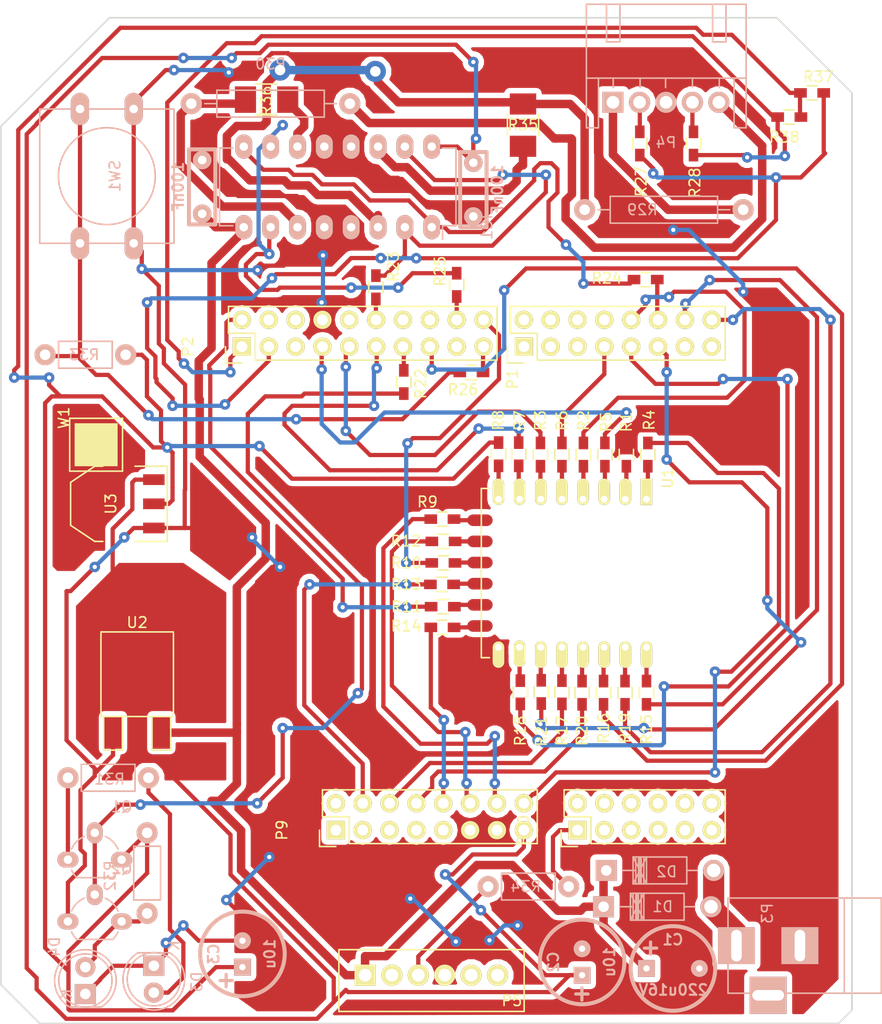
<source format=kicad_pcb>
(kicad_pcb (version 4) (host pcbnew 4.0.4+dfsg1-stable)
  (layers (0 F.Cu signal) (31 B.Cu signal) (34 B.Paste user hide) (35 F.Paste user hide) (36 B.SilkS user) (37 F.SilkS user) (38 B.Mask user hide) (39 F.Mask user hide) (44 Edge.Cuts user))
  (net 0 "")
  (net 1 +12V)
  (net 2 GND)
  (net 3 +5V)
  (net 4 +3V3)
  (net 5 "Net-(D1-Pad2)")
  (net 6 "Net-(D3-Pad2)")
  (net 7 "Net-(D4-Pad2)")
  (net 8 /Trava/ENABLE)
  (net 9 /Trava/DIRECTION_U)
  (net 10 "Net-(IC1-Pad3)")
  (net 11 "Net-(IC1-Pad6)")
  (net 12 /Trava/DIRECTION_L)
  (net 13 "Net-(IC1-Pad11)")
  (net 14 "Net-(IC1-Pad14)")
  (net 15 /PTC11)
  (net 16 /PTC9)
  (net 17 /PTC10)
  (net 18 /PTC8)
  (net 19 /PTC6)
  (net 20 /PTA5)
  (net 21 /PTC5)
  (net 22 /PTA4)
  (net 23 /PTC4)
  (net 24 /PTA12)
  (net 25 /PTC3)
  (net 26 /PTD4)
  (net 27 /PTC0)
  (net 28 /PTA1)
  (net 29 /PTC7)
  (net 30 /PTA2)
  (net 31 /PTD7)
  (net 32 /PTE1)
  (net 33 /PTD6)
  (net 34 /PTE0)
  (net 35 "Net-(P2-Pad5)")
  (net 36 /PAREF)
  (net 37 /PTE31)
  (net 38 /PTA17)
  (net 39 /PTD1)
  (net 40 /PTA16)
  (net 41 /PTD3)
  (net 42 /PTC17)
  (net 43 /PTD2)
  (net 44 /PTC16)
  (net 45 /PTD0)
  (net 46 /PTC13)
  (net 47 /PTD5)
  (net 48 /PTC12)
  (net 49 /PTA13)
  (net 50 /Trava/PhaseU)
  (net 51 /Trava/_UNLOCKED)
  (net 52 /Trava/_LOCKED)
  (net 53 /Trava/PhaseL)
  (net 54 /PSDA_PTDS)
  (net 55 /PTB8)
  (net 56 /P3V3)
  (net 57 /PTB9)
  (net 58 /PTA20)
  (net 59 /PTB10)
  (net 60 /P3V3_2)
  (net 61 /PTB11)
  (net 62 /P5V)
  (net 63 /PTE2)
  (net 64 /PTE3)
  (net 65 /PTE4)
  (net 66 /PTE5)
  (net 67 /PTE20)
  (net 68 /PTB1)
  (net 69 /PTE21)
  (net 70 /PTB2)
  (net 71 /PTE22)
  (net 72 /PTB3)
  (net 73 /PTE23)
  (net 74 /PTC2)
  (net 75 /PTE29)
  (net 76 /PTC1)
  (net 77 /PTE30)
  (net 78 /Interface/LOCKED_SIGNAL)
  (net 79 "Net-(Q1-Pad3)")
  (net 80 "Net-(R1-Pad1)")
  (net 81 "Net-(R2-Pad1)")
  (net 82 "Net-(R3-Pad1)")
  (net 83 "Net-(R4-Pad1)")
  (net 84 "Net-(R5-Pad1)")
  (net 85 "Net-(R6-Pad1)")
  (net 86 "Net-(R7-Pad1)")
  (net 87 "Net-(R8-Pad1)")
  (net 88 "Net-(R9-Pad1)")
  (net 89 "Net-(R10-Pad1)")
  (net 90 "Net-(R11-Pad1)")
  (net 91 "Net-(R12-Pad1)")
  (net 92 "Net-(R13-Pad1)")
  (net 93 "Net-(R14-Pad1)")
  (net 94 "Net-(R15-Pad2)")
  (net 95 "Net-(R16-Pad2)")
  (net 96 "Net-(R17-Pad2)")
  (net 97 "Net-(R18-Pad2)")
  (net 98 "Net-(R19-Pad2)")
  (net 99 "Net-(R20-Pad2)")
  (net 100 "Net-(R21-Pad2)")
  (net 101 /Interface/_REQUEST_UNLOCK)
  (net 102 "Net-(P5-Pad2)")
  (net 103 "Net-(P5-Pad3)")
  (net 104 "Net-(P5-Pad5)")
  (net 105 "Net-(P5-Pad6)")
  (net 106 "/Fonte 12V/5V/3V3/DISSIPU3")
  (net 107 /PTB0)
  (module Resistors_ThroughHole:Resistor_Horizontal_RM7mm (layer B.Cu) (at 114.935 71.755 180)
    (fp_text reference R33 (at 3.937 0 180) (layer B.SilkS) (effects (justify mirror)))
    (fp_text value 220)
    (pad 1 thru_hole circle (at 0 0 180) (size 1.99898 1.99898) (drill 1.00076) (layers *.Cu *.SilkS *.Mask) (net 4 +3V3))
    (pad 2 thru_hole circle (at 7.62 0 180) (size 1.99898 1.99898) (drill 1.00076) (layers *.Cu *.SilkS *.Mask) (net 101 /Interface/_REQUEST_UNLOCK))
  )
  (module Pin_Headers:Pin_Header_Straight_2x06 (layer F.Cu) (at 157.6832 116.713 90)
    (fp_text reference P10 (at 0 -5.1 90) (layer F.SilkS))
    (fp_text value CONN_02X06)
    (pad 1 thru_hole rect (at 0 0 90) (size 1.7272 1.7272) (drill 1.016) (layers *.Cu *.Mask F.SilkS) (net 107 /PTB0))
    (pad 2 thru_hole oval (at 2.54 0 90) (size 1.7272 1.7272) (drill 1.016) (layers *.Cu *.Mask F.SilkS) (net 67 /PTE20))
    (pad 3 thru_hole oval (at 0 2.54 90) (size 1.7272 1.7272) (drill 1.016) (layers *.Cu *.Mask F.SilkS) (net 68 /PTB1))
    (pad 4 thru_hole oval (at 2.54 2.54 90) (size 1.7272 1.7272) (drill 1.016) (layers *.Cu *.Mask F.SilkS) (net 69 /PTE21))
    (pad 5 thru_hole oval (at 0 5.08 90) (size 1.7272 1.7272) (drill 1.016) (layers *.Cu *.Mask F.SilkS) (net 70 /PTB2))
    (pad 6 thru_hole oval (at 2.54 5.08 90) (size 1.7272 1.7272) (drill 1.016) (layers *.Cu *.Mask F.SilkS) (net 71 /PTE22))
    (pad 7 thru_hole oval (at 0 7.62 90) (size 1.7272 1.7272) (drill 1.016) (layers *.Cu *.Mask F.SilkS) (net 72 /PTB3))
    (pad 8 thru_hole oval (at 2.54 7.62 90) (size 1.7272 1.7272) (drill 1.016) (layers *.Cu *.Mask F.SilkS) (net 73 /PTE23))
    (pad 9 thru_hole oval (at 0 10.16 90) (size 1.7272 1.7272) (drill 1.016) (layers *.Cu *.Mask F.SilkS) (net 74 /PTC2))
    (pad 10 thru_hole oval (at 2.54 10.16 90) (size 1.7272 1.7272) (drill 1.016) (layers *.Cu *.Mask F.SilkS) (net 75 /PTE29))
    (pad 11 thru_hole oval (at 0 12.7 90) (size 1.7272 1.7272) (drill 1.016) (layers *.Cu *.Mask F.SilkS) (net 76 /PTC1))
    (pad 12 thru_hole oval (at 2.54 12.7 90) (size 1.7272 1.7272) (drill 1.016) (layers *.Cu *.Mask F.SilkS) (net 77 /PTE30))
  )
  (module Resistors_SMD:R_0603_HandSoldering (layer F.Cu) (at 163.576 51.773 90)
    (fp_text reference R27 (at -3.599 0.127 90) (layer F.SilkS))
    (fp_text value 100R)
    (pad 1 smd rect (at -1.1 0 90) (size 1.2 0.9) (layers F.Cu F.Paste F.Mask) (net 33 /PTD6))
    (pad 2 smd rect (at 1.1 0 90) (size 1.2 0.9) (layers F.Cu F.Paste F.Mask) (net 51 /Trava/_UNLOCKED))
  )
  (module Housings_DIP:DIP-16_W7.62mm_LongPads (layer B.Cu) (at 143.891 59.69 90)
    (fp_text reference IC1 (at 0 5.22 90) (layer B.SilkS) (effects (justify mirror)))
    (fp_text value L293D)
    (pad 1 thru_hole oval (at 0 0 90) (size 2.3 1.6) (drill 0.8) (layers *.Cu *.Mask B.SilkS) (net 8 /Trava/ENABLE))
    (pad 2 thru_hole oval (at 0 -2.54 90) (size 2.3 1.6) (drill 0.8) (layers *.Cu *.Mask B.SilkS) (net 9 /Trava/DIRECTION_U))
    (pad 3 thru_hole oval (at 0 -5.08 90) (size 2.3 1.6) (drill 0.8) (layers *.Cu *.Mask B.SilkS) (net 10 "Net-(IC1-Pad3)"))
    (pad 4 thru_hole oval (at 0 -7.62 90) (size 2.3 1.6) (drill 0.8) (layers *.Cu *.Mask B.SilkS) (net 2 GND))
    (pad 5 thru_hole oval (at 0 -10.16 90) (size 2.3 1.6) (drill 0.8) (layers *.Cu *.Mask B.SilkS) (net 2 GND))
    (pad 6 thru_hole oval (at 0 -12.7 90) (size 2.3 1.6) (drill 0.8) (layers *.Cu *.Mask B.SilkS) (net 11 "Net-(IC1-Pad6)"))
    (pad 7 thru_hole oval (at 0 -15.24 90) (size 2.3 1.6) (drill 0.8) (layers *.Cu *.Mask B.SilkS) (net 12 /Trava/DIRECTION_L))
    (pad 8 thru_hole oval (at 0 -17.78 90) (size 2.3 1.6) (drill 0.8) (layers *.Cu *.Mask B.SilkS) (net 1 +12V))
    (pad 9 thru_hole oval (at 7.62 -17.78 90) (size 2.3 1.6) (drill 0.8) (layers *.Cu *.Mask B.SilkS) (net 8 /Trava/ENABLE))
    (pad 10 thru_hole oval (at 7.62 -15.24 90) (size 2.3 1.6) (drill 0.8) (layers *.Cu *.Mask B.SilkS) (net 12 /Trava/DIRECTION_L))
    (pad 11 thru_hole oval (at 7.62 -12.7 90) (size 2.3 1.6) (drill 0.8) (layers *.Cu *.Mask B.SilkS) (net 13 "Net-(IC1-Pad11)"))
    (pad 12 thru_hole oval (at 7.62 -10.16 90) (size 2.3 1.6) (drill 0.8) (layers *.Cu *.Mask B.SilkS) (net 2 GND))
    (pad 13 thru_hole oval (at 7.62 -7.62 90) (size 2.3 1.6) (drill 0.8) (layers *.Cu *.Mask B.SilkS) (net 2 GND))
    (pad 14 thru_hole oval (at 7.62 -5.08 90) (size 2.3 1.6) (drill 0.8) (layers *.Cu *.Mask B.SilkS) (net 14 "Net-(IC1-Pad14)"))
    (pad 15 thru_hole oval (at 7.62 -2.54 90) (size 2.3 1.6) (drill 0.8) (layers *.Cu *.Mask B.SilkS) (net 9 /Trava/DIRECTION_U))
    (pad 16 thru_hole oval (at 7.62 0 90) (size 2.3 1.6) (drill 0.8) (layers *.Cu *.Mask B.SilkS) (net 3 +5V))
  )
  (module Resistors_SMD:R_1210_HandSoldering (layer F.Cu) (at 152.527 50.038 270)
    (fp_text reference R35 (at -0.032 0 360) (layer F.SilkS))
    (fp_text value 0R)
    (pad 1 smd rect (at -2 0 270) (size 2 2.5) (layers F.Cu F.Paste F.Mask) (net 10 "Net-(IC1-Pad3)"))
    (pad 2 smd rect (at 2 0 270) (size 2 2.5) (layers F.Cu F.Paste F.Mask) (net 14 "Net-(IC1-Pad14)"))
  )
  (module Capacitores:Cap_Eletrolitico_8x5 (layer B.Cu) (at 166.71036 129.794)
    (fp_text reference C1 (at -0.01016 -2.72034) (layer B.SilkS) (effects (font (size 1.00076 1.00076) (thickness 0.20066)) (justify mirror)))
    (fp_text value 220u16V (at 0.04064 2.032) (layer B.SilkS) (effects (font (size 1.00076 1.00076) (thickness 0.20066)) (justify mirror)))
    (fp_text user + (at -2.11836 -2.032) (layer B.SilkS) (effects (font (thickness 0.3048)) (justify mirror)))
    (pad 1 thru_hole rect (at -2.49936 0) (size 1.6002 1.6002) (drill 0.59944) (layers *.Cu *.Mask B.SilkS) (net 1 +12V))
    (pad 2 thru_hole circle (at 2.49936 0) (size 1.6002 1.6002) (drill 0.59944) (layers *.Cu *.Mask B.SilkS) (net 2 GND))
  )
  (module Capacitores:Cap_Eletrolitico_8x3.5 (layer B.Cu) (at 158.115 129.17932 90)
    (fp_text reference C2 (at -0.01016 -2.72034 90) (layer B.SilkS) (effects (font (size 1.00076 1.00076) (thickness 0.20066)) (justify mirror)))
    (fp_text value 10u (at 0 2.5908 90) (layer B.SilkS) (effects (font (size 1.00076 1.00076) (thickness 0.20066)) (justify mirror)))
    (fp_text user + (at -3.02768 -0.127 90) (layer B.SilkS) (effects (font (thickness 0.3048)) (justify mirror)))
    (pad 1 thru_hole rect (at -1.24968 0 90) (size 1.6002 1.6002) (drill 0.59944) (layers *.Cu *.Mask B.SilkS) (net 3 +5V))
    (pad 2 thru_hole circle (at 1.24968 0 90) (size 1.6002 1.6002) (drill 0.59944) (layers *.Cu *.Mask B.SilkS) (net 2 GND))
  )
  (module Capacitores:Cap_Eletrolitico_8x3.5 (layer B.Cu) (at 125.984 128.41732 90)
    (fp_text reference C3 (at -0.01016 -2.72034 90) (layer B.SilkS) (effects (font (size 1.00076 1.00076) (thickness 0.20066)) (justify mirror)))
    (fp_text value 10u (at 0 2.5908 90) (layer B.SilkS) (effects (font (size 1.00076 1.00076) (thickness 0.20066)) (justify mirror)))
    (fp_text user + (at -2.51968 -1.651 90) (layer B.SilkS) (effects (font (thickness 0.3048)) (justify mirror)))
    (pad 1 thru_hole rect (at -1.24968 0 90) (size 1.6002 1.6002) (drill 0.59944) (layers *.Cu *.Mask B.SilkS) (net 4 +3V3))
    (pad 2 thru_hole circle (at 1.24968 0 90) (size 1.6002 1.6002) (drill 0.59944) (layers *.Cu *.Mask B.SilkS) (net 2 GND))
  )
  (module Capacitores:Cap_MKT_EPCOS_7,3x2,5 (layer B.Cu) (at 122.174 55.88 90)
    (fp_text reference C4 hide)
    (fp_text value 100nF (at 0.0127 -2.2733 90) (layer B.SilkS) (effects (font (size 1.016 1.016) (thickness 0.2032)) (justify mirror)))
    (pad 1 thru_hole circle (at -2.54 0 90) (size 1.75006 1.75006) (drill 0.8128) (layers *.Cu *.Mask B.SilkS) (net 1 +12V))
    (pad 2 thru_hole circle (at 2.54 0 90) (size 1.75006 1.75006) (drill 0.8128) (layers *.Cu *.Mask B.SilkS) (net 2 GND))
  )
  (module Capacitores:Cap_MKT_EPCOS_7,3x2,5 (layer B.Cu) (at 147.828 56.134 270)
    (fp_text reference C5 hide)
    (fp_text value 100nF (at 0.0127 -2.2733 270) (layer B.SilkS) (effects (font (size 1.016 1.016) (thickness 0.2032)) (justify mirror)))
    (pad 1 thru_hole circle (at -2.54 0 270) (size 1.75006 1.75006) (drill 0.8128) (layers *.Cu *.Mask B.SilkS) (net 3 +5V))
    (pad 2 thru_hole circle (at 2.54 0 270) (size 1.75006 1.75006) (drill 0.8128) (layers *.Cu *.Mask B.SilkS) (net 2 GND))
  )
  (module Diodes_ThroughHole:Diode_DO-41_SOD81_Horizontal_RM10 (layer B.Cu) (at 160.147 123.952)
    (fp_text reference D1 (at 5.588 0.00254) (layer B.SilkS) (effects (justify mirror)))
    (fp_text value 1N4007)
    (pad 2 thru_hole circle (at 10.16 0.00254 180) (size 1.99898 1.99898) (drill 1.27) (layers *.Cu *.Mask B.SilkS) (net 5 "Net-(D1-Pad2)"))
    (pad 1 thru_hole rect (at 0 0.00254 180) (size 1.99898 1.99898) (drill 1.00076) (layers *.Cu *.Mask B.SilkS) (net 1 +12V))
  )
  (module Diodes_ThroughHole:Diode_DO-41_SOD81_Horizontal_RM10 (layer B.Cu) (at 160.401 120.52046)
    (fp_text reference D2 (at 5.715 0.12954) (layer B.SilkS) (effects (justify mirror)))
    (fp_text value 1N4007)
    (pad 2 thru_hole circle (at 10.16 0.00254 180) (size 1.99898 1.99898) (drill 1.27) (layers *.Cu *.Mask B.SilkS) (net 5 "Net-(D1-Pad2)"))
    (pad 1 thru_hole rect (at 0 0.00254 180) (size 1.99898 1.99898) (drill 1.00076) (layers *.Cu *.Mask B.SilkS) (net 1 +12V))
  )
  (module LEDs:LED-5MM (layer B.Cu) (at 117.602 129.54 270)
    (fp_text reference D3 (at 1.524 -4.064 270) (layer B.SilkS) (effects (justify mirror)))
    (fp_text value "LED VERDE")
    (fp_text user K (at -1.905 -1.905 270) (layer B.SilkS) (effects (justify mirror)))
    (pad 1 thru_hole rect (at 0 0 180) (size 2 1.9) (drill 1.00076) (layers *.Cu *.Mask B.SilkS) (net 2 GND))
    (pad 2 thru_hole circle (at 2.54 0 270) (size 1.9 1.9) (drill 1.00076) (layers *.Cu *.Mask B.SilkS) (net 6 "Net-(D3-Pad2)"))
  )
  (module LEDs:LED-5MM (layer B.Cu) (at 111.125 132.207 90)
    (fp_text reference D4 (at 4.445 -2.921 90) (layer B.SilkS) (effects (justify mirror)))
    (fp_text value "LED VERMELHO")
    (fp_text user K (at 0 -1.778 90) (layer B.SilkS) (effects (justify mirror)))
    (pad 1 thru_hole rect (at 0 0) (size 2 1.9) (drill 1.00076) (layers *.Cu *.Mask B.SilkS) (net 2 GND))
    (pad 2 thru_hole circle (at 2.54 0 90) (size 1.9 1.9) (drill 1.00076) (layers *.Cu *.Mask B.SilkS) (net 7 "Net-(D4-Pad2)"))
  )
  (module Pin_Headers:Pin_Header_Straight_2x08 (layer F.Cu) (at 152.6032 70.993 90)
    (fp_text reference P1 (at -3.048 -1.0668 90) (layer F.SilkS))
    (fp_text value CONN_02X08)
    (pad 1 thru_hole rect (at 0 0 90) (size 1.7272 1.7272) (drill 1.016) (layers *.Cu *.Mask F.SilkS) (net 15 /PTC11))
    (pad 2 thru_hole oval (at 2.54 0 90) (size 1.7272 1.7272) (drill 1.016) (layers *.Cu *.Mask F.SilkS) (net 16 /PTC9))
    (pad 3 thru_hole oval (at 0 2.54 90) (size 1.7272 1.7272) (drill 1.016) (layers *.Cu *.Mask F.SilkS) (net 17 /PTC10))
    (pad 4 thru_hole oval (at 2.54 2.54 90) (size 1.7272 1.7272) (drill 1.016) (layers *.Cu *.Mask F.SilkS) (net 18 /PTC8))
    (pad 5 thru_hole oval (at 0 5.08 90) (size 1.7272 1.7272) (drill 1.016) (layers *.Cu *.Mask F.SilkS) (net 19 /PTC6))
    (pad 6 thru_hole oval (at 2.54 5.08 90) (size 1.7272 1.7272) (drill 1.016) (layers *.Cu *.Mask F.SilkS) (net 20 /PTA5))
    (pad 7 thru_hole oval (at 0 7.62 90) (size 1.7272 1.7272) (drill 1.016) (layers *.Cu *.Mask F.SilkS) (net 21 /PTC5))
    (pad 8 thru_hole oval (at 2.54 7.62 90) (size 1.7272 1.7272) (drill 1.016) (layers *.Cu *.Mask F.SilkS) (net 22 /PTA4))
    (pad 9 thru_hole oval (at 0 10.16 90) (size 1.7272 1.7272) (drill 1.016) (layers *.Cu *.Mask F.SilkS) (net 23 /PTC4))
    (pad 10 thru_hole oval (at 2.54 10.16 90) (size 1.7272 1.7272) (drill 1.016) (layers *.Cu *.Mask F.SilkS) (net 24 /PTA12))
    (pad 11 thru_hole oval (at 0 12.7 90) (size 1.7272 1.7272) (drill 1.016) (layers *.Cu *.Mask F.SilkS) (net 25 /PTC3))
    (pad 12 thru_hole oval (at 2.54 12.7 90) (size 1.7272 1.7272) (drill 1.016) (layers *.Cu *.Mask F.SilkS) (net 26 /PTD4))
    (pad 13 thru_hole oval (at 0 15.24 90) (size 1.7272 1.7272) (drill 1.016) (layers *.Cu *.Mask F.SilkS) (net 27 /PTC0))
    (pad 14 thru_hole oval (at 2.54 15.24 90) (size 1.7272 1.7272) (drill 1.016) (layers *.Cu *.Mask F.SilkS) (net 28 /PTA1))
    (pad 15 thru_hole oval (at 0 17.78 90) (size 1.7272 1.7272) (drill 1.016) (layers *.Cu *.Mask F.SilkS) (net 29 /PTC7))
    (pad 16 thru_hole oval (at 2.54 17.78 90) (size 1.7272 1.7272) (drill 1.016) (layers *.Cu *.Mask F.SilkS) (net 30 /PTA2))
  )
  (module Pin_Headers:Pin_Header_Straight_2x10 (layer F.Cu) (at 125.9332 70.993 90)
    (fp_text reference P2 (at 0 -5.1 90) (layer F.SilkS))
    (fp_text value CONN_02X10)
    (pad 1 thru_hole rect (at 0 0 90) (size 1.7272 1.7272) (drill 1.016) (layers *.Cu *.Mask F.SilkS) (net 31 /PTD7))
    (pad 2 thru_hole oval (at 2.54 0 90) (size 1.7272 1.7272) (drill 1.016) (layers *.Cu *.Mask F.SilkS) (net 32 /PTE1))
    (pad 3 thru_hole oval (at 0 2.54 90) (size 1.7272 1.7272) (drill 1.016) (layers *.Cu *.Mask F.SilkS) (net 33 /PTD6))
    (pad 4 thru_hole oval (at 2.54 2.54 90) (size 1.7272 1.7272) (drill 1.016) (layers *.Cu *.Mask F.SilkS) (net 34 /PTE0))
    (pad 5 thru_hole oval (at 0 5.08 90) (size 1.7272 1.7272) (drill 1.016) (layers *.Cu *.Mask F.SilkS) (net 35 "Net-(P2-Pad5)"))
    (pad 6 thru_hole oval (at 2.54 5.08 90) (size 1.7272 1.7272) (drill 1.016) (layers *.Cu *.Mask F.SilkS) (net 36 /PAREF))
    (pad 7 thru_hole oval (at 0 7.62 90) (size 1.7272 1.7272) (drill 1.016) (layers *.Cu *.Mask F.SilkS) (net 37 /PTE31))
    (pad 8 thru_hole oval (at 2.54 7.62 90) (size 1.7272 1.7272) (drill 1.016) (layers *.Cu *.Mask F.SilkS) (net 2 GND))
    (pad 9 thru_hole oval (at 0 10.16 90) (size 1.7272 1.7272) (drill 1.016) (layers *.Cu *.Mask F.SilkS) (net 38 /PTA17))
    (pad 10 thru_hole oval (at 2.54 10.16 90) (size 1.7272 1.7272) (drill 1.016) (layers *.Cu *.Mask F.SilkS) (net 39 /PTD1))
    (pad 11 thru_hole oval (at 0 12.7 90) (size 1.7272 1.7272) (drill 1.016) (layers *.Cu *.Mask F.SilkS) (net 40 /PTA16))
    (pad 12 thru_hole oval (at 2.54 12.7 90) (size 1.7272 1.7272) (drill 1.016) (layers *.Cu *.Mask F.SilkS) (net 41 /PTD3))
    (pad 13 thru_hole oval (at 0 15.24 90) (size 1.7272 1.7272) (drill 1.016) (layers *.Cu *.Mask F.SilkS) (net 42 /PTC17))
    (pad 14 thru_hole oval (at 2.54 15.24 90) (size 1.7272 1.7272) (drill 1.016) (layers *.Cu *.Mask F.SilkS) (net 43 /PTD2))
    (pad 15 thru_hole oval (at 0 17.78 90) (size 1.7272 1.7272) (drill 1.016) (layers *.Cu *.Mask F.SilkS) (net 44 /PTC16))
    (pad 16 thru_hole oval (at 2.54 17.78 90) (size 1.7272 1.7272) (drill 1.016) (layers *.Cu *.Mask F.SilkS) (net 45 /PTD0))
    (pad 17 thru_hole oval (at 0 20.32 90) (size 1.7272 1.7272) (drill 1.016) (layers *.Cu *.Mask F.SilkS) (net 46 /PTC13))
    (pad 18 thru_hole oval (at 2.54 20.32 90) (size 1.7272 1.7272) (drill 1.016) (layers *.Cu *.Mask F.SilkS) (net 47 /PTD5))
    (pad 19 thru_hole oval (at 0 22.86 90) (size 1.7272 1.7272) (drill 1.016) (layers *.Cu *.Mask F.SilkS) (net 48 /PTC12))
    (pad 20 thru_hole oval (at 2.54 22.86 90) (size 1.7272 1.7272) (drill 1.016) (layers *.Cu *.Mask F.SilkS) (net 49 /PTA13))
  )
  (module Connect:BARREL_JACK (layer B.Cu) (at 178.92014 127.635 180)
    (fp_text reference P3 (at 3.27914 3.048 450) (layer B.SilkS) (effects (justify mirror)))
    (fp_text value "12V Connector")
    (pad 1 thru_hole rect (at 6.20014 0 180) (size 3.50012 3.50012) (drill oval 1.00076 2.99974) (layers *.Cu *.Mask B.SilkS) (net 5 "Net-(D1-Pad2)"))
    (pad 2 thru_hole rect (at 0.20066 0 180) (size 3.50012 3.50012) (drill oval 1.00076 2.99974) (layers *.Cu *.Mask B.SilkS) (net 2 GND))
    (pad 3 thru_hole rect (at 3.2004 -4.699 180) (size 3.50012 3.50012) (drill oval 2.99974 1.00076) (layers *.Cu *.Mask B.SilkS))
  )
  (module Resistors_SMD:R_0603_HandSoldering (layer F.Cu) (at 162.306 81.196 90)
    (fp_text reference R1 (at 3.091 0 90) (layer F.SilkS))
    (fp_text value 0R)
    (pad 1 smd rect (at -1.1 0 90) (size 1.2 0.9) (layers F.Cu F.Paste F.Mask) (net 80 "Net-(R1-Pad1)"))
    (pad 2 smd rect (at 1.1 0 90) (size 1.2 0.9) (layers F.Cu F.Paste F.Mask) (net 2 GND))
  )
  (module Resistors_SMD:R_0603_HandSoldering (layer F.Cu) (at 158.242 81.196 90)
    (fp_text reference R2 (at 3.218 0 90) (layer F.SilkS))
    (fp_text value 0R)
    (pad 1 smd rect (at -1.1 0 90) (size 1.2 0.9) (layers F.Cu F.Paste F.Mask) (net 81 "Net-(R2-Pad1)"))
    (pad 2 smd rect (at 1.1 0 90) (size 1.2 0.9) (layers F.Cu F.Paste F.Mask) (net 24 /PTA12))
  )
  (module Resistors_SMD:R_0603_HandSoldering (layer F.Cu) (at 154.178 81.196 90)
    (fp_text reference R3 (at 3.218 0 90) (layer F.SilkS))
    (fp_text value 0R)
    (pad 1 smd rect (at -1.1 0 90) (size 1.2 0.9) (layers F.Cu F.Paste F.Mask) (net 82 "Net-(R3-Pad1)"))
    (pad 2 smd rect (at 1.1 0 90) (size 1.2 0.9) (layers F.Cu F.Paste F.Mask) (net 38 /PTA17))
  )
  (module Resistors_SMD:R_0603_HandSoldering (layer F.Cu) (at 164.338 81.196 90)
    (fp_text reference R4 (at 3.259 0.127 90) (layer F.SilkS))
    (fp_text value 0R)
    (pad 1 smd rect (at -1.1 0 90) (size 1.2 0.9) (layers F.Cu F.Paste F.Mask) (net 83 "Net-(R4-Pad1)"))
    (pad 2 smd rect (at 1.1 0 90) (size 1.2 0.9) (layers F.Cu F.Paste F.Mask) (net 66 /PTE5))
  )
  (module Resistors_SMD:R_0603_HandSoldering (layer F.Cu) (at 160.274 81.196 90)
    (fp_text reference R5 (at 3.091 0.127 90) (layer F.SilkS))
    (fp_text value 0R)
    (pad 1 smd rect (at -1.1 0 90) (size 1.2 0.9) (layers F.Cu F.Paste F.Mask) (net 84 "Net-(R5-Pad1)"))
    (pad 2 smd rect (at 1.1 0 90) (size 1.2 0.9) (layers F.Cu F.Paste F.Mask) (net 37 /PTE31))
  )
  (module Resistors_SMD:R_0603_HandSoldering (layer F.Cu) (at 156.21 81.196 90)
    (fp_text reference R6 (at 3.218 0 90) (layer F.SilkS))
    (fp_text value 0R)
    (pad 1 smd rect (at -1.1 0 90) (size 1.2 0.9) (layers F.Cu F.Paste F.Mask) (net 85 "Net-(R6-Pad1)"))
    (pad 2 smd rect (at 1.1 0 90) (size 1.2 0.9) (layers F.Cu F.Paste F.Mask) (net 21 /PTC5))
  )
  (module Resistors_SMD:R_0603_HandSoldering (layer F.Cu) (at 152.1206 81.1608 90)
    (fp_text reference R7 (at 3.1828 0.1016 90) (layer F.SilkS))
    (fp_text value 0R)
    (pad 1 smd rect (at -1.1 0 90) (size 1.2 0.9) (layers F.Cu F.Paste F.Mask) (net 86 "Net-(R7-Pad1)"))
    (pad 2 smd rect (at 1.1 0 90) (size 1.2 0.9) (layers F.Cu F.Paste F.Mask) (net 40 /PTA16))
  )
  (module Resistors_SMD:R_0603_HandSoldering (layer F.Cu) (at 150.2156 81.1608 90)
    (fp_text reference R8 (at 3.2082 -0.0254 90) (layer F.SilkS))
    (fp_text value 0R)
    (pad 1 smd rect (at -1.1 0 90) (size 1.2 0.9) (layers F.Cu F.Paste F.Mask) (net 87 "Net-(R8-Pad1)"))
    (pad 2 smd rect (at 1.1 0 90) (size 1.2 0.9) (layers F.Cu F.Paste F.Mask) (net 4 +3V3))
  )
  (module Resistors_SMD:R_0603_HandSoldering (layer F.Cu) (at 144.8992 87.2998 180)
    (fp_text reference R9 (at 1.4146 1.6256 180) (layer F.SilkS))
    (fp_text value 0R)
    (pad 1 smd rect (at -1.1 0 180) (size 1.2 0.9) (layers F.Cu F.Paste F.Mask) (net 88 "Net-(R9-Pad1)"))
    (pad 2 smd rect (at 1.1 0 180) (size 1.2 0.9) (layers F.Cu F.Paste F.Mask) (net 65 /PTE4))
  )
  (module Resistors_SMD:R_0603_HandSoldering (layer F.Cu) (at 144.991 91.44 180)
    (fp_text reference R10 (at 3.513 0 180) (layer F.SilkS))
    (fp_text value 0R)
    (pad 1 smd rect (at -1.1 0 180) (size 1.2 0.9) (layers F.Cu F.Paste F.Mask) (net 89 "Net-(R10-Pad1)"))
    (pad 2 smd rect (at 1.1 0 180) (size 1.2 0.9) (layers F.Cu F.Paste F.Mask) (net 49 /PTA13))
  )
  (module Resistors_SMD:R_0603_HandSoldering (layer F.Cu) (at 144.9324 95.5802 180)
    (fp_text reference R11 (at 3.429 0 180) (layer F.SilkS))
    (fp_text value 0R)
    (pad 1 smd rect (at -1.1 0 180) (size 1.2 0.9) (layers F.Cu F.Paste F.Mask) (net 90 "Net-(R11-Pad1)"))
    (pad 2 smd rect (at 1.1 0 180) (size 1.2 0.9) (layers F.Cu F.Paste F.Mask) (net 32 /PTE1))
  )
  (module Resistors_SMD:R_0603_HandSoldering (layer F.Cu) (at 145.0008 89.408 180)
    (fp_text reference R12 (at 3.5482 0.0254 180) (layer F.SilkS))
    (fp_text value 0R)
    (pad 1 smd rect (at -1.1 0 180) (size 1.2 0.9) (layers F.Cu F.Paste F.Mask) (net 91 "Net-(R12-Pad1)"))
    (pad 2 smd rect (at 1.1 0 180) (size 1.2 0.9) (layers F.Cu F.Paste F.Mask) (net 64 /PTE3))
  )
  (module Resistors_SMD:R_0603_HandSoldering (layer F.Cu) (at 144.864 93.472 180)
    (fp_text reference R13 (at 3.386 0 180) (layer F.SilkS))
    (fp_text value 0R)
    (pad 1 smd rect (at -1.1 0 180) (size 1.2 0.9) (layers F.Cu F.Paste F.Mask) (net 92 "Net-(R13-Pad1)"))
    (pad 2 smd rect (at 1.1 0 180) (size 1.2 0.9) (layers F.Cu F.Paste F.Mask) (net 57 /PTB9))
  )
  (module Resistors_SMD:R_0603_HandSoldering (layer F.Cu) (at 144.907 97.536 180)
    (fp_text reference R14 (at 3.429 0.127 180) (layer F.SilkS))
    (fp_text value 0R)
    (pad 1 smd rect (at -1.1 0 180) (size 1.2 0.9) (layers F.Cu F.Paste F.Mask) (net 93 "Net-(R14-Pad1)"))
    (pad 2 smd rect (at 1.1 0 180) (size 1.2 0.9) (layers F.Cu F.Paste F.Mask) (net 63 /PTE2))
  )
  (module Resistors_SMD:R_0603_HandSoldering (layer F.Cu) (at 164.211 103.716 90)
    (fp_text reference R15 (at -3.472 0 90) (layer F.SilkS))
    (fp_text value 0R)
    (pad 1 smd rect (at -1.1 0 90) (size 1.2 0.9) (layers F.Cu F.Paste F.Mask) (net 28 /PTA1))
    (pad 2 smd rect (at 1.1 0 90) (size 1.2 0.9) (layers F.Cu F.Paste F.Mask) (net 94 "Net-(R15-Pad2)"))
  )
  (module Resistors_SMD:R_0603_HandSoldering (layer F.Cu) (at 160.147 103.716 90)
    (fp_text reference R16 (at -3.345 0 90) (layer F.SilkS))
    (fp_text value 0R)
    (pad 1 smd rect (at -1.1 0 90) (size 1.2 0.9) (layers F.Cu F.Paste F.Mask) (net 44 /PTC16))
    (pad 2 smd rect (at 1.1 0 90) (size 1.2 0.9) (layers F.Cu F.Paste F.Mask) (net 95 "Net-(R16-Pad2)"))
  )
  (module Resistors_SMD:R_0603_HandSoldering (layer F.Cu) (at 156.21 103.675 90)
    (fp_text reference R17 (at -3.64 0 90) (layer F.SilkS))
    (fp_text value 0R)
    (pad 1 smd rect (at -1.1 0 90) (size 1.2 0.9) (layers F.Cu F.Paste F.Mask) (net 59 /PTB10))
    (pad 2 smd rect (at 1.1 0 90) (size 1.2 0.9) (layers F.Cu F.Paste F.Mask) (net 96 "Net-(R17-Pad2)"))
  )
  (module Resistors_SMD:R_0603_HandSoldering (layer F.Cu) (at 152.273 103.675 90)
    (fp_text reference R18 (at -3.64 0 90) (layer F.SilkS))
    (fp_text value 0R)
    (pad 1 smd rect (at -1.1 0 90) (size 1.2 0.9) (layers F.Cu F.Paste F.Mask) (net 23 /PTC4))
    (pad 2 smd rect (at 1.1 0 90) (size 1.2 0.9) (layers F.Cu F.Paste F.Mask) (net 97 "Net-(R18-Pad2)"))
  )
  (module Resistors_SMD:R_0603_HandSoldering (layer F.Cu) (at 162.179 103.716 90)
    (fp_text reference R19 (at -3.345 0 90) (layer F.SilkS))
    (fp_text value 0R)
    (pad 1 smd rect (at -1.1 0 90) (size 1.2 0.9) (layers F.Cu F.Paste F.Mask) (net 30 /PTA2))
    (pad 2 smd rect (at 1.1 0 90) (size 1.2 0.9) (layers F.Cu F.Paste F.Mask) (net 98 "Net-(R19-Pad2)"))
  )
  (module Resistors_SMD:R_0603_HandSoldering (layer F.Cu) (at 158.115 103.716 90)
    (fp_text reference R20 (at -3.599 0 90) (layer F.SilkS))
    (fp_text value 0R)
    (pad 1 smd rect (at -1.1 0 90) (size 1.2 0.9) (layers F.Cu F.Paste F.Mask) (net 61 /PTB11))
    (pad 2 smd rect (at 1.1 0 90) (size 1.2 0.9) (layers F.Cu F.Paste F.Mask) (net 99 "Net-(R20-Pad2)"))
  )
  (module Resistors_SMD:R_0603_HandSoldering (layer F.Cu) (at 154.2542 103.6398 90)
    (fp_text reference R21 (at -3.726 0 90) (layer F.SilkS))
    (fp_text value 0R)
    (pad 1 smd rect (at -1.1 0 90) (size 1.2 0.9) (layers F.Cu F.Paste F.Mask) (net 25 /PTC3))
    (pad 2 smd rect (at 1.1 0 90) (size 1.2 0.9) (layers F.Cu F.Paste F.Mask) (net 100 "Net-(R21-Pad2)"))
  )
  (module Resistors_SMD:R_0603_HandSoldering (layer F.Cu) (at 141.2494 74.3282 90)
    (fp_text reference R22 (at -0.1602 1.6002 90) (layer F.SilkS))
    (fp_text value 0R)
    (pad 1 smd rect (at -1.1 0 90) (size 1.2 0.9) (layers F.Cu F.Paste F.Mask) (net 78 /Interface/LOCKED_SIGNAL))
    (pad 2 smd rect (at 1.1 0 90) (size 1.2 0.9) (layers F.Cu F.Paste F.Mask) (net 42 /PTC17))
  )
  (module Resistors_SMD:R_0603_HandSoldering (layer F.Cu) (at 138.6078 65.3718 270)
    (fp_text reference R23 (at -1.948 -1.651 270) (layer F.SilkS))
    (fp_text value 0R)
    (pad 1 smd rect (at -1.1 0 270) (size 1.2 0.9) (layers F.Cu F.Paste F.Mask) (net 9 /Trava/DIRECTION_U))
    (pad 2 smd rect (at 1.1 0 270) (size 1.2 0.9) (layers F.Cu F.Paste F.Mask) (net 41 /PTD3))
  )
  (module Resistors_SMD:R_0603_HandSoldering (layer F.Cu) (at 164.127 64.643)
    (fp_text reference R24 (at -3.683 -0.127) (layer F.SilkS))
    (fp_text value 0R)
    (pad 1 smd rect (at -1.1 0) (size 1.2 0.9) (layers F.Cu F.Paste F.Mask) (net 8 /Trava/ENABLE))
    (pad 2 smd rect (at 1.1 0) (size 1.2 0.9) (layers F.Cu F.Paste F.Mask) (net 26 /PTD4))
  )
  (module Resistors_SMD:R_0603_HandSoldering (layer F.Cu) (at 146.2532 65.1432 270)
    (fp_text reference R25 (at -1.2876 1.5748 270) (layer F.SilkS))
    (fp_text value 0R)
    (pad 1 smd rect (at -1.1 0 270) (size 1.2 0.9) (layers F.Cu F.Paste F.Mask) (net 12 /Trava/DIRECTION_L))
    (pad 2 smd rect (at 1.1 0 270) (size 1.2 0.9) (layers F.Cu F.Paste F.Mask) (net 47 /PTD5))
  )
  (module Resistors_SMD:R_0603_HandSoldering (layer F.Cu) (at 147.6424 73.4314 180)
    (fp_text reference R26 (at 0.7952 -1.6256 180) (layer F.SilkS))
    (fp_text value 0R)
    (pad 1 smd rect (at -1.1 0 180) (size 1.2 0.9) (layers F.Cu F.Paste F.Mask) (net 48 /PTC12))
    (pad 2 smd rect (at 1.1 0 180) (size 1.2 0.9) (layers F.Cu F.Paste F.Mask) (net 101 /Interface/_REQUEST_UNLOCK))
  )
  (module Resistors_SMD:R_0603_HandSoldering (layer F.Cu) (at 168.656 51.773 90)
    (fp_text reference R28 (at -3.726 0.127 90) (layer F.SilkS))
    (fp_text value 100R)
    (pad 1 smd rect (at -1.1 0 90) (size 1.2 0.9) (layers F.Cu F.Paste F.Mask) (net 31 /PTD7))
    (pad 2 smd rect (at 1.1 0 90) (size 1.2 0.9) (layers F.Cu F.Paste F.Mask) (net 52 /Trava/_LOCKED))
  )
  (module Resistors_ThroughHole:Resistor_Horizontal_RM15mm (layer B.Cu) (at 173.355 58.039 180)
    (fp_text reference R29 (at 9.539 0 180) (layer B.SilkS) (effects (justify mirror)))
    (fp_text value R)
    (pad 1 thru_hole circle (at 0 0 180) (size 1.99898 1.99898) (drill 1.00076) (layers *.Cu *.SilkS *.Mask) (net 50 /Trava/PhaseU))
    (pad 2 thru_hole circle (at 15 0 180) (size 1.99898 1.99898) (drill 1.00076) (layers *.Cu *.SilkS *.Mask) (net 10 "Net-(IC1-Pad3)"))
  )
  (module Resistors_ThroughHole:Resistor_Horizontal_RM15mm (layer B.Cu) (at 136.144 48.006 180)
    (fp_text reference R30 (at 7.5 3.74904 180) (layer B.SilkS) (effects (justify mirror)))
    (fp_text value R)
    (pad 1 thru_hole circle (at 0 0 180) (size 1.99898 1.99898) (drill 1.00076) (layers *.Cu *.SilkS *.Mask) (net 53 /Trava/PhaseL))
    (pad 2 thru_hole circle (at 15 0 180) (size 1.99898 1.99898) (drill 1.00076) (layers *.Cu *.SilkS *.Mask) (net 11 "Net-(IC1-Pad6)"))
  )
  (module Resistors_ThroughHole:Resistor_Horizontal_RM7mm (layer B.Cu) (at 109.474 111.76)
    (fp_text reference R31 (at 3.937 0.127 180) (layer B.SilkS) (effects (justify mirror)))
    (fp_text value 150)
    (pad 1 thru_hole circle (at 0 0) (size 1.99898 1.99898) (drill 1.00076) (layers *.Cu *.SilkS *.Mask) (net 79 "Net-(Q1-Pad3)"))
    (pad 2 thru_hole circle (at 7.62 0) (size 1.99898 1.99898) (drill 1.00076) (layers *.Cu *.SilkS *.Mask) (net 6 "Net-(D3-Pad2)"))
  )
  (module Resistors_ThroughHole:Resistor_Horizontal_RM7mm (layer B.Cu) (at 116.967 116.967 270)
    (fp_text reference R32 (at 4.05892 3.50012 270) (layer B.SilkS) (effects (justify mirror)))
    (fp_text value 220)
    (pad 1 thru_hole circle (at 0 0 270) (size 1.99898 1.99898) (drill 1.00076) (layers *.Cu *.SilkS *.Mask) (net 4 +3V3))
    (pad 2 thru_hole circle (at 7.62 0 270) (size 1.99898 1.99898) (drill 1.00076) (layers *.Cu *.SilkS *.Mask) (net 7 "Net-(D4-Pad2)"))
  )
  (module Resistors_ThroughHole:Resistor_Horizontal_RM7mm (layer B.Cu) (at 156.845 122.047 180)
    (fp_text reference R34 (at 4.064 0 180) (layer B.SilkS) (effects (justify mirror)))
    (fp_text value 150)
    (pad 1 thru_hole circle (at 0 0 180) (size 1.99898 1.99898) (drill 1.00076) (layers *.Cu *.SilkS *.Mask) (net 107 /PTB0))
    (pad 2 thru_hole circle (at 7.62 0 180) (size 1.99898 1.99898) (drill 1.00076) (layers *.Cu *.SilkS *.Mask) (net 103 "Net-(P5-Pad3)"))
  )
  (module Resistors_SMD:R_1210_HandSoldering (layer F.Cu) (at 128.27 47.625)
    (fp_text reference R36 (at -0.032 0.127 90) (layer F.SilkS))
    (fp_text value 0R)
    (pad 1 smd rect (at -2 0) (size 2 2.5) (layers F.Cu F.Paste F.Mask) (net 11 "Net-(IC1-Pad6)"))
    (pad 2 smd rect (at 2 0) (size 2 2.5) (layers F.Cu F.Paste F.Mask) (net 13 "Net-(IC1-Pad11)"))
  )
  (module Buttons_Switches_ThroughHole:SW_PUSH-12mm (layer B.Cu) (at 113.157 54.864 90)
    (fp_text reference SW1 (at 0 0.762 90) (layer B.SilkS) (effects (justify mirror)))
    (fp_text value SPST)
    (pad 1 thru_hole oval (at 6.35 2.54 90) (size 3.048 1.7272) (drill 0.8128) (layers *.Cu *.Mask B.SilkS) (net 2 GND))
    (pad 2 thru_hole oval (at 6.35 -2.54 90) (size 3.048 1.7272) (drill 0.8128) (layers *.Cu *.Mask B.SilkS) (net 101 /Interface/_REQUEST_UNLOCK))
    (pad 1 thru_hole oval (at -6.35 2.54 90) (size 3.048 1.7272) (drill 0.8128) (layers *.Cu *.Mask B.SilkS) (net 2 GND))
    (pad 2 thru_hole oval (at -6.35 -2.54 90) (size 3.048 1.7272) (drill 0.8128) (layers *.Cu *.Mask B.SilkS) (net 101 /Interface/_REQUEST_UNLOCK))
  )
  (module lib:ESP-12E (layer F.Cu) (at 164.2044 85.4156 270)
    (fp_text reference U1 (at -2 -2 270) (layer F.SilkS))
    (fp_text value ESP-12E)
    (pad 1 thru_hole rect (at 0 0 270) (size 2.5 1.1) (drill 0.65 (offset -0.7 0)) (layers *.Cu *.Mask F.SilkS) (net 83 "Net-(R4-Pad1)"))
    (pad 2 thru_hole oval (at 0 2 270) (size 2.5 1.1) (drill 0.65 (offset -0.7 0)) (layers *.Cu *.Mask F.SilkS) (net 80 "Net-(R1-Pad1)"))
    (pad 3 thru_hole oval (at 0 4 270) (size 2.5 1.1) (drill 0.65 (offset -0.7 0)) (layers *.Cu *.Mask F.SilkS) (net 84 "Net-(R5-Pad1)"))
    (pad 4 thru_hole oval (at 0 6 270) (size 2.5 1.1) (drill 0.65 (offset -0.7 0)) (layers *.Cu *.Mask F.SilkS) (net 81 "Net-(R2-Pad1)"))
    (pad 5 thru_hole oval (at 0 8 270) (size 2.5 1.1) (drill 0.65 (offset -0.7 0)) (layers *.Cu *.Mask F.SilkS) (net 85 "Net-(R6-Pad1)"))
    (pad 6 thru_hole oval (at 0 10 270) (size 2.5 1.1) (drill 0.65 (offset -0.7 0)) (layers *.Cu *.Mask F.SilkS) (net 82 "Net-(R3-Pad1)"))
    (pad 7 thru_hole oval (at 0 12 270) (size 2.5 1.1) (drill 0.65 (offset -0.7 0)) (layers *.Cu *.Mask F.SilkS) (net 86 "Net-(R7-Pad1)"))
    (pad 8 thru_hole oval (at 0 14 270) (size 2.5 1.1) (drill 0.65 (offset -0.7 0)) (layers *.Cu *.Mask F.SilkS) (net 87 "Net-(R8-Pad1)"))
    (pad 9 smd oval (at 1.99 15.75) (size 2.4 1.1) (layers F.Cu F.Paste F.Mask) (net 88 "Net-(R9-Pad1)"))
    (pad 10 smd oval (at 3.99 15.75) (size 2.4 1.1) (layers F.Cu F.Paste F.Mask) (net 91 "Net-(R12-Pad1)"))
    (pad 11 smd oval (at 5.99 15.75) (size 2.4 1.1) (layers F.Cu F.Paste F.Mask) (net 89 "Net-(R10-Pad1)"))
    (pad 12 smd oval (at 7.99 15.75) (size 2.4 1.1) (layers F.Cu F.Paste F.Mask) (net 92 "Net-(R13-Pad1)"))
    (pad 13 smd oval (at 9.99 15.75) (size 2.4 1.1) (layers F.Cu F.Paste F.Mask) (net 90 "Net-(R11-Pad1)"))
    (pad 14 smd oval (at 11.99 15.75) (size 2.4 1.1) (layers F.Cu F.Paste F.Mask) (net 93 "Net-(R14-Pad1)"))
    (pad 15 thru_hole oval (at 14 14 270) (size 2.5 1.1) (drill 0.65 (offset 0.7 0)) (layers *.Cu *.Mask F.SilkS) (net 2 GND))
    (pad 16 thru_hole oval (at 14 12 270) (size 2.5 1.1) (drill 0.65 (offset 0.6 0)) (layers *.Cu *.Mask F.SilkS) (net 97 "Net-(R18-Pad2)"))
    (pad 17 thru_hole oval (at 14 10 270) (size 2.5 1.1) (drill 0.65 (offset 0.7 0)) (layers *.Cu *.Mask F.SilkS) (net 100 "Net-(R21-Pad2)"))
    (pad 18 thru_hole oval (at 14 8 270) (size 2.5 1.1) (drill 0.65 (offset 0.7 0)) (layers *.Cu *.Mask F.SilkS) (net 96 "Net-(R17-Pad2)"))
    (pad 19 thru_hole oval (at 14 6 270) (size 2.5 1.1) (drill 0.65 (offset 0.7 0)) (layers *.Cu *.Mask F.SilkS) (net 99 "Net-(R20-Pad2)"))
    (pad 20 thru_hole oval (at 14 4 270) (size 2.5 1.1) (drill 0.65 (offset 0.7 0)) (layers *.Cu *.Mask F.SilkS) (net 95 "Net-(R16-Pad2)"))
    (pad 21 thru_hole oval (at 14 2 270) (size 2.5 1.1) (drill 0.65 (offset 0.7 0)) (layers *.Cu *.Mask F.SilkS) (net 98 "Net-(R19-Pad2)"))
    (pad 22 thru_hole oval (at 14 0 270) (size 2.5 1.1) (drill 0.65 (offset 0.7 0)) (layers *.Cu *.Mask F.SilkS) (net 94 "Net-(R15-Pad2)"))
  )
  (module TO_SOT_Packages_SMD:SOT-223 (layer F.Cu) (at 114.3 85.852 90)
    (fp_text reference U3 (at 0 -0.762 90) (layer F.SilkS))
    (fp_text value LD1117S33CTR)
    (pad 4 smd rect (at 0 -3.302 90) (size 3.6576 2.032) (layers F.Cu F.Paste F.Mask))
    (pad 2 smd rect (at 0 3.302 90) (size 1.016 2.032) (layers F.Cu F.Paste F.Mask) (net 4 +3V3))
    (pad 3 smd rect (at 2.286 3.302 90) (size 1.016 2.032) (layers F.Cu F.Paste F.Mask) (net 3 +5V))
    (pad 1 smd rect (at -2.286 3.302 90) (size 1.016 2.032) (layers F.Cu F.Paste F.Mask) (net 2 GND))
  )
  (module Connect:Wafer_Horizontal15x5.8x7RM2.5-5 (layer B.Cu) (at 161.036 47.879)
    (fp_text reference P4 (at 5.0165 3.81) (layer B.SilkS) (effects (justify mirror)))
    (fp_text value LOCK_CONNECTOR)
    (pad 1 thru_hole rect (at 0 0) (size 2 2) (drill 1.2) (layers *.Cu *.Mask B.SilkS) (net 50 /Trava/PhaseU))
    (pad 2 thru_hole circle (at 2.5165 0) (size 2 2) (drill 1.2) (layers *.Cu *.Mask B.SilkS) (net 51 /Trava/_UNLOCKED))
    (pad 3 thru_hole circle (at 5.0165 0) (size 2 2) (drill 1.2) (layers *.Cu *.Mask B.SilkS) (net 2 GND))
    (pad 4 thru_hole circle (at 7.5165 0) (size 2 2) (drill 1.2) (layers *.Cu *.Mask B.SilkS) (net 52 /Trava/_LOCKED))
    (pad 5 thru_hole circle (at 10.0165 0) (size 2 2) (drill 1.2) (layers *.Cu *.Mask B.SilkS) (net 53 /Trava/PhaseL))
  )
  (module Connect:Wafer_Vertical17.5x5.8x7RM2.5-6 (layer F.Cu) (at 137.5845 130.429)
    (fp_text reference P5 (at 13.8865 2.413) (layer F.SilkS))
    (fp_text value CONN_01X06)
    (pad 1 thru_hole rect (at 0 0) (size 2 2) (drill 1.2) (layers *.Cu *.Mask F.SilkS) (net 1 +12V))
    (pad 2 thru_hole circle (at 2.5365 0) (size 2 2) (drill 1.2) (layers *.Cu *.Mask F.SilkS) (net 102 "Net-(P5-Pad2)"))
    (pad 3 thru_hole circle (at 5.0365 0) (size 2 2) (drill 1.2) (layers *.Cu *.Mask F.SilkS) (net 103 "Net-(P5-Pad3)"))
    (pad 4 thru_hole circle (at 7.5365 0) (size 2 2) (drill 1.2) (layers *.Cu *.Mask F.SilkS) (net 2 GND))
    (pad 5 thru_hole circle (at 10.0365 0) (size 2 2) (drill 1.2) (layers *.Cu *.Mask F.SilkS) (net 104 "Net-(P5-Pad5)"))
    (pad 6 thru_hole circle (at 12.5365 0) (size 2 2) (drill 1.2) (layers *.Cu *.Mask F.SilkS) (net 105 "Net-(P5-Pad6)"))
  )
  (module Resistors_SMD:R_0603_HandSoldering (layer F.Cu) (at 179.875 46.99 180)
    (fp_text reference R37 (at -0.592 1.524 180) (layer F.SilkS))
    (fp_text value 10k)
    (pad 1 smd rect (at -1.1 0 180) (size 1.2 0.9) (layers F.Cu F.Paste F.Mask) (net 33 /PTD6))
    (pad 2 smd rect (at 1.1 0 180) (size 1.2 0.9) (layers F.Cu F.Paste F.Mask) (net 4 +3V3))
  )
  (module Resistors_SMD:R_0603_HandSoldering (layer F.Cu) (at 177.716 49.276)
    (fp_text reference R38 (at -0.465 1.905) (layer F.SilkS))
    (fp_text value 10k)
    (pad 1 smd rect (at -1.1 0) (size 1.2 0.9) (layers F.Cu F.Paste F.Mask) (net 31 /PTD7))
    (pad 2 smd rect (at 1.1 0) (size 1.2 0.9) (layers F.Cu F.Paste F.Mask) (net 4 +3V3))
  )
  (module SMD_Packages:1Pin (layer F.Cu) (at 112.141 80.264 90)
    (fp_text reference W1 (at 2.54 -3.048 90) (layer F.SilkS))
    (fp_text value TEST_1P)
    (pad 1 smd rect (at 0 0 90) (size 4.064 4.064) (layers F.Cu F.Paste F.SilkS F.Mask) (net 106 "/Fonte 12V/5V/3V3/DISSIPU3"))
  )
  (module TO_SOT_Packages_THT:TO-92_Molded_Wide_Oval (layer B.Cu) (at 114.554 119.507 180)
    (fp_text reference Q1 (at 0 5 180) (layer B.SilkS) (effects (justify mirror)))
    (fp_text value 2n7000)
    (pad 2 thru_hole oval (at 2.54 2.54 90) (size 1.99898 1.50114) (drill 0.8) (layers *.Cu *.Mask B.SilkS) (net 78 /Interface/LOCKED_SIGNAL))
    (pad 1 thru_hole oval (at 0 0 90) (size 1.50114 1.99898) (drill 0.8) (layers *.Cu *.Mask B.SilkS) (net 4 +3V3))
    (pad 3 thru_hole oval (at 5.08 0 90) (size 1.50114 1.99898) (drill 0.8) (layers *.Cu *.Mask B.SilkS) (net 79 "Net-(Q1-Pad3)"))
  )
  (module TO_SOT_Packages_THT:TO-92_Molded_Wide_Oval (layer B.Cu) (at 114.554 125.349 180)
    (fp_text reference Q2 (at 0 5 180) (layer B.SilkS) (effects (justify mirror)))
    (fp_text value 2n7000)
    (pad 2 thru_hole oval (at 2.54 2.54 90) (size 1.99898 1.50114) (drill 0.8) (layers *.Cu *.Mask B.SilkS) (net 78 /Interface/LOCKED_SIGNAL))
    (pad 1 thru_hole oval (at 0 0 90) (size 1.50114 1.99898) (drill 0.8) (layers *.Cu *.Mask B.SilkS) (net 7 "Net-(D4-Pad2)"))
    (pad 3 thru_hole oval (at 5.08 0 90) (size 1.50114 1.99898) (drill 0.8) (layers *.Cu *.Mask B.SilkS) (net 2 GND))
  )
  (module Pin_Headers:Pin_Header_Straight_2x08 (layer F.Cu) (at 134.8232 116.713 90)
    (fp_text reference P9 (at 0 -5.1 90) (layer F.SilkS))
    (fp_text value CONN_02X08)
    (pad 1 thru_hole rect (at 0 0 90) (size 1.7272 1.7272) (drill 1.016) (layers *.Cu *.Mask F.SilkS) (net 54 /PSDA_PTDS))
    (pad 2 thru_hole oval (at 2.54 0 90) (size 1.7272 1.7272) (drill 1.016) (layers *.Cu *.Mask F.SilkS) (net 55 /PTB8))
    (pad 3 thru_hole oval (at 0 2.54 90) (size 1.7272 1.7272) (drill 1.016) (layers *.Cu *.Mask F.SilkS) (net 56 /P3V3))
    (pad 4 thru_hole oval (at 2.54 2.54 90) (size 1.7272 1.7272) (drill 1.016) (layers *.Cu *.Mask F.SilkS) (net 57 /PTB9))
    (pad 5 thru_hole oval (at 0 5.08 90) (size 1.7272 1.7272) (drill 1.016) (layers *.Cu *.Mask F.SilkS) (net 58 /PTA20))
    (pad 6 thru_hole oval (at 2.54 5.08 90) (size 1.7272 1.7272) (drill 1.016) (layers *.Cu *.Mask F.SilkS) (net 59 /PTB10))
    (pad 7 thru_hole oval (at 0 7.62 90) (size 1.7272 1.7272) (drill 1.016) (layers *.Cu *.Mask F.SilkS) (net 60 /P3V3_2))
    (pad 8 thru_hole oval (at 2.54 7.62 90) (size 1.7272 1.7272) (drill 1.016) (layers *.Cu *.Mask F.SilkS) (net 61 /PTB11))
    (pad 9 thru_hole oval (at 0 10.16 90) (size 1.7272 1.7272) (drill 1.016) (layers *.Cu *.Mask F.SilkS) (net 62 /P5V))
    (pad 10 thru_hole oval (at 2.54 10.16 90) (size 1.7272 1.7272) (drill 1.016) (layers *.Cu *.Mask F.SilkS) (net 63 /PTE2))
    (pad 11 thru_hole oval (at 0 12.7 90) (size 1.7272 1.7272) (drill 1.016) (layers *.Cu *.Mask F.SilkS) (net 2 GND))
    (pad 12 thru_hole oval (at 2.54 12.7 90) (size 1.7272 1.7272) (drill 1.016) (layers *.Cu *.Mask F.SilkS) (net 64 /PTE3))
    (pad 13 thru_hole oval (at 0 15.24 90) (size 1.7272 1.7272) (drill 1.016) (layers *.Cu *.Mask F.SilkS) (net 2 GND))
    (pad 14 thru_hole oval (at 2.54 15.24 90) (size 1.7272 1.7272) (drill 1.016) (layers *.Cu *.Mask F.SilkS) (net 65 /PTE4))
    (pad 15 thru_hole oval (at 0 17.78 90) (size 1.7272 1.7272) (drill 1.016) (layers *.Cu *.Mask F.SilkS) (net 3 +5V))
    (pad 16 thru_hole oval (at 2.54 17.78 90) (size 1.7272 1.7272) (drill 1.016) (layers *.Cu *.Mask F.SilkS) (net 66 /PTE5))
  )
  (module TO_SOT_Packages_SMD:TO-252-2Lead (layer F.Cu) (at 116.0272 107.4928)
    (fp_text reference U2 (at 0 -10.414) (layer F.SilkS))
    (fp_text value LD1117S50CTR)
    (pad 1 smd rect (at -2.286 0) (size 1.651 3.048) (layers F.Cu F.Paste F.Mask) (net 2 GND))
    (pad 2 smd rect (at 0 -6.35) (size 6.096 6.096) (layers F.Cu F.Paste F.Mask) (net 3 +5V))
    (pad 3 smd rect (at 2.286 0) (size 1.651 3.048) (layers F.Cu F.Paste F.Mask) (net 1 +12V))
  )
  (gr_line (start 103.124 131.318) (end 106.807 135.001) (layer Edge.Cuts) (width 0.15))
  (gr_line (start 103.124 50.165) (end 103.124 131.318) (layer Edge.Cuts) (width 0.15))
  (gr_line (start 113.411 39.878) (end 103.124 50.165) (layer Edge.Cuts) (width 0.15))
  (gr_line (start 176.53 39.878) (end 113.411 39.878) (layer Edge.Cuts) (width 0.15))
  (gr_line (start 183.642 46.99) (end 176.53 39.878) (layer Edge.Cuts) (width 0.15))
  (gr_line (start 183.642 133.731) (end 183.642 46.99) (layer Edge.Cuts) (width 0.15))
  (gr_line (start 182.372 135.001) (end 183.642 133.731) (layer Edge.Cuts) (width 0.15))
  (gr_line (start 106.807 135.001) (end 182.372 135.001) (layer Edge.Cuts) (width 0.15))
  (segment (start 125.453747 112.309255) (end 125.453747 107.4928) (width 0.8) (layer F.Cu) (net 1))
  (segment (start 125.453747 107.4928) (end 125.453747 106.68) (width 0.8) (layer F.Cu) (net 1))
  (segment (start 118.3132 107.4928) (end 119.9387 107.4928) (width 0.8) (layer F.Cu) (net 1))
  (segment (start 119.9387 107.4928) (end 125.453747 107.4928) (width 0.8) (layer F.Cu) (net 1))
  (segment (start 125.453747 106.68) (end 125.453747 93.748253) (width 0.8) (layer F.Cu) (net 1))
  (segment (start 123.059874 113.9444) (end 123.818602 113.9444) (width 0.8) (layer F.Cu) (net 1))
  (segment (start 123.818602 113.9444) (end 125.453747 112.309255) (width 0.8) (layer F.Cu) (net 1))
  (segment (start 128.188826 87.656824) (end 121.941491 81.409489) (width 0.8) (layer F.Cu) (net 1))
  (segment (start 121.851989 72.331011) (end 123.063 71.12) (width 0.8) (layer F.Cu) (net 1))
  (segment (start 125.453747 93.748253) (end 128.188826 91.013174) (width 0.8) (layer F.Cu) (net 1))
  (segment (start 121.941491 81.409489) (end 121.941491 75.984718) (width 0.8) (layer F.Cu) (net 1))
  (segment (start 121.851989 75.895216) (end 121.851989 72.331011) (width 0.8) (layer F.Cu) (net 1))
  (segment (start 128.188826 91.013174) (end 128.188826 87.656824) (width 0.8) (layer F.Cu) (net 1))
  (segment (start 121.941491 75.984718) (end 121.851989 75.895216) (width 0.8) (layer F.Cu) (net 1))
  (segment (start 123.063 71.12) (end 123.063 63.088) (width 0.8) (layer F.Cu) (net 1))
  (segment (start 123.063 63.088) (end 126.111 60.04) (width 0.8) (layer F.Cu) (net 1))
  (segment (start 126.111 60.04) (end 126.111 59.69) (width 0.8) (layer F.Cu) (net 1))
  (segment (start 123.059874 113.9444) (end 125.857 116.741526) (width 0.8) (layer F.Cu) (net 1))
  (segment (start 160.147 123.95454) (end 160.147 125.73) (width 0.8) (layer F.Cu) (net 1))
  (segment (start 160.147 125.73) (end 164.211 129.794) (width 0.8) (layer F.Cu) (net 1))
  (segment (start 160.147 123.95454) (end 160.147 120.777) (width 0.8) (layer F.Cu) (net 1))
  (segment (start 160.147 120.777) (end 160.401 120.523) (width 0.8) (layer F.Cu) (net 1))
  (segment (start 160.147 123.95454) (end 158.34751 123.95454) (width 0.8) (layer F.Cu) (net 1))
  (segment (start 158.34751 123.95454) (end 157.96651 124.33554) (width 0.8) (layer F.Cu) (net 1))
  (segment (start 157.96651 124.33554) (end 155.827788 124.33554) (width 0.8) (layer F.Cu) (net 1))
  (segment (start 122.174 58.42) (end 123.444 59.69) (width 0.8) (layer F.Cu) (net 1))
  (segment (start 125.857 116.741526) (end 125.857 120.5015) (width 0.8) (layer F.Cu) (net 1))
  (segment (start 125.857 120.5015) (end 135.7845 130.429) (width 0.8) (layer F.Cu) (net 1))
  (segment (start 135.7845 130.429) (end 137.5845 130.429) (width 0.8) (layer F.Cu) (net 1))
  (segment (start 155.827788 124.33554) (end 151.507248 120.015) (width 0.8) (layer F.Cu) (net 1))
  (segment (start 151.507248 120.015) (end 148.175426 120.015) (width 0.8) (layer F.Cu) (net 1))
  (segment (start 148.175426 120.015) (end 139.561427 128.628999) (width 0.8) (layer F.Cu) (net 1))
  (segment (start 139.561427 128.628999) (end 137.5845 128.629) (width 0.8) (layer F.Cu) (net 1))
  (segment (start 137.5845 128.629) (end 137.5845 130.429) (width 0.8) (layer F.Cu) (net 1))
  (segment (start 123.444 59.69) (end 126.111 59.69) (width 0.8) (layer F.Cu) (net 1))
  (segment (start 109.343989 94.110011) (end 109.724989 94.110011) (width 0.4) (layer F.Cu) (net 2))
  (segment (start 109.724989 94.110011) (end 112.014 91.821) (width 0.4) (layer F.Cu) (net 2))
  (via (at 112.014 91.821) (size 1) (drill 0.4) (layers F.Cu B.Cu) (net 2))
  (segment (start 112.014 111.3536) (end 112.014 110.876611) (width 0.4) (layer F.Cu) (net 2))
  (segment (start 112.014 110.876611) (end 109.343989 108.2066) (width 0.4) (layer F.Cu) (net 2))
  (segment (start 109.343989 108.2066) (end 109.343989 94.110011) (width 0.4) (layer F.Cu) (net 2))
  (segment (start 112.014 111.587248) (end 112.014 111.3536) (width 0.4) (layer F.Cu) (net 2))
  (segment (start 112.014 111.3536) (end 113.7412 109.6264) (width 0.4) (layer F.Cu) (net 2))
  (segment (start 113.7412 109.6264) (end 113.7412 107.4928) (width 0.4) (layer F.Cu) (net 2))
  (segment (start 115.697 88.138) (end 117.602 88.138) (width 0.4) (layer F.Cu) (net 2))
  (segment (start 114.808 89.027) (end 115.697 88.138) (width 0.4) (layer F.Cu) (net 2))
  (segment (start 112.014 91.821) (end 114.808 89.027) (width 0.4) (layer B.Cu) (net 2))
  (via (at 114.808 89.027) (size 1) (drill 0.4) (layers F.Cu B.Cu) (net 2))
  (segment (start 109.474 125.349) (end 109.474 121.665928) (width 0.4) (layer F.Cu) (net 2))
  (segment (start 111.0735 118.947572) (end 110.66342 118.537492) (width 0.4) (layer F.Cu) (net 2))
  (segment (start 109.474 121.665928) (end 111.0735 120.066428) (width 0.4) (layer F.Cu) (net 2))
  (segment (start 110.66342 118.537492) (end 110.66342 112.937828) (width 0.4) (layer F.Cu) (net 2))
  (segment (start 111.0735 120.066428) (end 111.0735 118.947572) (width 0.4) (layer F.Cu) (net 2))
  (segment (start 110.66342 112.937828) (end 112.014 111.587248) (width 0.4) (layer F.Cu) (net 2))
  (segment (start 120.56101 84.532374) (end 120.56101 74.58701) (width 0.4) (layer F.Cu) (net 2))
  (segment (start 120.56101 74.58701) (end 118.550509 72.576509) (width 0.4) (layer F.Cu) (net 2))
  (segment (start 118.550509 71.167893) (end 118.07199 70.689374) (width 0.4) (layer F.Cu) (net 2))
  (segment (start 118.550509 72.576509) (end 118.550509 71.167893) (width 0.4) (layer F.Cu) (net 2))
  (segment (start 118.07199 70.689374) (end 118.07199 65.23999) (width 0.4) (layer F.Cu) (net 2))
  (segment (start 118.07199 65.23999) (end 116.958999 64.126999) (width 0.4) (layer F.Cu) (net 2))
  (segment (start 116.958999 64.126999) (end 116.459 63.627) (width 0.4) (layer F.Cu) (net 2))
  (segment (start 128.524 119.253) (end 132.461 123.19) (width 0.4) (layer F.Cu) (net 2))
  (segment (start 132.461 123.19) (end 141.859 123.19) (width 0.4) (layer F.Cu) (net 2))
  (segment (start 124.46 123.317) (end 128.524 119.253) (width 0.4) (layer B.Cu) (net 2))
  (via (at 128.524 119.253) (size 1) (drill 0.4) (layers F.Cu B.Cu) (net 2))
  (segment (start 125.984 127.16764) (end 125.984 124.841) (width 0.4) (layer F.Cu) (net 2))
  (segment (start 125.984 124.841) (end 124.46 123.317) (width 0.4) (layer F.Cu) (net 2))
  (via (at 124.46 123.317) (size 1) (drill 0.4) (layers F.Cu B.Cu) (net 2))
  (segment (start 149.352 127.127) (end 148.423 127.127) (width 0.4) (layer F.Cu) (net 2))
  (segment (start 148.423 127.127) (end 145.121 130.429) (width 0.4) (layer F.Cu) (net 2))
  (segment (start 152.019 125.73) (end 150.749 125.73) (width 0.4) (layer B.Cu) (net 2))
  (segment (start 150.749 125.73) (end 149.352 127.127) (width 0.4) (layer B.Cu) (net 2))
  (via (at 149.352 127.127) (size 1) (drill 0.4) (layers F.Cu B.Cu) (net 2))
  (segment (start 158.115 127.92964) (end 154.21864 127.92964) (width 0.4) (layer F.Cu) (net 2))
  (segment (start 154.21864 127.92964) (end 152.019 125.73) (width 0.4) (layer F.Cu) (net 2))
  (via (at 152.019 125.73) (size 1) (drill 0.4) (layers F.Cu B.Cu) (net 2))
  (segment (start 141.859 123.19) (end 141.859 122.3772) (width 0.4) (layer F.Cu) (net 2))
  (segment (start 141.859 122.3772) (end 147.5232 116.713) (width 0.4) (layer F.Cu) (net 2))
  (segment (start 146.177 127.254) (end 142.113 123.19) (width 0.4) (layer B.Cu) (net 2))
  (segment (start 142.113 123.19) (end 141.859 123.19) (width 0.4) (layer B.Cu) (net 2))
  (via (at 141.859 123.19) (size 1) (drill 0.4) (layers F.Cu B.Cu) (net 2))
  (segment (start 145.121 130.429) (end 145.121 128.31) (width 0.4) (layer F.Cu) (net 2))
  (segment (start 145.121 128.31) (end 146.177 127.254) (width 0.4) (layer F.Cu) (net 2))
  (via (at 146.177 127.254) (size 1) (drill 0.4) (layers F.Cu B.Cu) (net 2))
  (segment (start 120.56101 84.532374) (end 120.523 84.570384) (width 0.4) (layer F.Cu) (net 2))
  (segment (start 120.523 84.570384) (end 120.523 88.138) (width 0.4) (layer F.Cu) (net 2))
  (segment (start 120.523 88.138) (end 125.999816 88.138) (width 0.4) (layer F.Cu) (net 2))
  (segment (start 117.602 88.138) (end 120.523 88.138) (width 0.4) (layer F.Cu) (net 2))
  (segment (start 150.2044 99.4156) (end 150.960001 100.171201) (width 0.4) (layer F.Cu) (net 2))
  (segment (start 150.960001 108.739978) (end 150.132 109.567979) (width 0.4) (layer F.Cu) (net 2))
  (segment (start 150.960001 100.171201) (end 150.960001 108.739978) (width 0.4) (layer F.Cu) (net 2))
  (segment (start 134.366009 96.159001) (end 134.366009 94.868991) (width 0.4) (layer F.Cu) (net 2))
  (segment (start 133.434001 93.936983) (end 133.434001 92.943999) (width 0.4) (layer F.Cu) (net 2))
  (segment (start 150.132 109.567979) (end 137.761979 109.567979) (width 0.4) (layer F.Cu) (net 2))
  (segment (start 133.434001 92.943999) (end 132.311002 91.821) (width 0.4) (layer F.Cu) (net 2))
  (segment (start 132.311002 91.821) (end 130.247106 91.821) (width 0.4) (layer F.Cu) (net 2))
  (segment (start 137.761979 109.567979) (end 135.16601 106.97201) (width 0.4) (layer F.Cu) (net 2))
  (segment (start 135.16601 96.774) (end 134.981008 96.774) (width 0.4) (layer F.Cu) (net 2))
  (segment (start 135.16601 106.97201) (end 135.16601 96.774) (width 0.4) (layer F.Cu) (net 2))
  (segment (start 134.981008 96.774) (end 134.366009 96.159001) (width 0.4) (layer F.Cu) (net 2))
  (segment (start 134.366009 94.868991) (end 133.434001 93.936983) (width 0.4) (layer F.Cu) (net 2))
  (segment (start 130.247106 91.821) (end 129.54 91.821) (width 0.4) (layer F.Cu) (net 2))
  (segment (start 159.435999 46.736) (end 159.435999 52.637228) (width 0.4) (layer F.Cu) (net 2))
  (segment (start 141.136003 45.169001) (end 139.325001 43.357999) (width 0.4) (layer F.Cu) (net 2))
  (segment (start 159.435999 46.398999) (end 159.435999 46.736) (width 0.4) (layer F.Cu) (net 2))
  (segment (start 139.325001 43.357999) (end 137.026999 43.357999) (width 0.4) (layer F.Cu) (net 2))
  (segment (start 159.435999 46.736) (end 154.813 46.736) (width 0.4) (layer F.Cu) (net 2))
  (segment (start 137.026999 43.357999) (end 133.731 46.653998) (width 0.4) (layer F.Cu) (net 2))
  (segment (start 154.813 46.736) (end 153.246001 45.169001) (width 0.4) (layer F.Cu) (net 2))
  (segment (start 153.246001 45.169001) (end 141.136003 45.169001) (width 0.4) (layer F.Cu) (net 2))
  (segment (start 133.731 52.07) (end 133.731 46.653998) (width 0.4) (layer F.Cu) (net 2))
  (segment (start 133.731 46.653998) (end 130.308001 43.230999) (width 0.4) (layer F.Cu) (net 2))
  (segment (start 130.308001 43.230999) (end 128.771999 43.230999) (width 0.4) (layer F.Cu) (net 2))
  (segment (start 128.771999 43.230999) (end 126.942183 45.060815) (width 0.4) (layer F.Cu) (net 2))
  (segment (start 126.942183 45.060815) (end 124.693437 45.060815) (width 0.4) (layer F.Cu) (net 2))
  (segment (start 122.174 53.34) (end 125.57398 56.73998) (width 0.4) (layer F.Cu) (net 2))
  (segment (start 125.57398 56.73998) (end 131.13098 56.73998) (width 0.4) (layer F.Cu) (net 2))
  (segment (start 131.13098 56.73998) (end 133.731 59.34) (width 0.4) (layer F.Cu) (net 2))
  (segment (start 133.731 59.34) (end 133.731 59.69) (width 0.4) (layer F.Cu) (net 2))
  (segment (start 119.507 44.831) (end 124.463622 44.831) (width 0.4) (layer B.Cu) (net 2))
  (segment (start 124.463622 44.831) (end 124.693437 45.060815) (width 0.4) (layer B.Cu) (net 2))
  (via (at 124.693437 45.060815) (size 1) (drill 0.4) (layers F.Cu B.Cu) (net 2))
  (segment (start 115.697 48.514) (end 115.697 47.8536) (width 0.4) (layer F.Cu) (net 2))
  (segment (start 115.697 47.8536) (end 118.7196 44.831) (width 0.4) (layer F.Cu) (net 2))
  (segment (start 118.7196 44.831) (end 119.507 44.831) (width 0.4) (layer F.Cu) (net 2))
  (via (at 119.507 44.831) (size 1) (drill 0.4) (layers F.Cu B.Cu) (net 2))
  (segment (start 150.0632 116.713) (end 147.5232 116.713) (width 0.4) (layer F.Cu) (net 2))
  (segment (start 147.828 58.674) (end 146.952971 57.798971) (width 0.4) (layer F.Cu) (net 2))
  (segment (start 146.952971 57.798971) (end 143.481355 57.798971) (width 0.4) (layer F.Cu) (net 2))
  (segment (start 143.481355 57.798971) (end 140.702404 55.02002) (width 0.4) (layer F.Cu) (net 2))
  (segment (start 140.702404 55.02002) (end 138.87102 55.02002) (width 0.4) (layer F.Cu) (net 2))
  (segment (start 138.87102 55.02002) (end 136.271 52.42) (width 0.4) (layer F.Cu) (net 2))
  (segment (start 136.271 52.42) (end 136.271 52.07) (width 0.4) (layer F.Cu) (net 2))
  (segment (start 133.477 66.802) (end 133.477 68.3768) (width 0.4) (layer F.Cu) (net 2))
  (segment (start 133.477 68.3768) (end 133.5532 68.453) (width 0.4) (layer F.Cu) (net 2))
  (segment (start 133.604 65.786) (end 133.604 66.675) (width 0.4) (layer B.Cu) (net 2))
  (segment (start 133.604 66.675) (end 133.477 66.802) (width 0.4) (layer B.Cu) (net 2))
  (via (at 133.477 66.802) (size 1) (drill 0.4) (layers F.Cu B.Cu) (net 2))
  (via (at 127.41101 63.754) (size 1) (drill 0.4) (layers F.Cu B.Cu) (net 2))
  (segment (start 133.731 59.69) (end 133.520913 59.69) (width 0.4) (layer F.Cu) (net 2))
  (segment (start 133.520913 59.69) (end 129.880912 63.330001) (width 0.4) (layer F.Cu) (net 2))
  (segment (start 129.880912 63.330001) (end 127.835009 63.330001) (width 0.4) (layer F.Cu) (net 2))
  (segment (start 127.835009 63.330001) (end 127.41101 63.754) (width 0.4) (layer F.Cu) (net 2))
  (segment (start 136.271 59.69) (end 133.731 59.69) (width 0.4) (layer F.Cu) (net 2))
  (segment (start 133.731 52.07) (end 136.271 52.07) (width 0.4) (layer F.Cu) (net 2))
  (segment (start 173.355 65.793019) (end 175.267019 65.793019) (width 0.4) (layer F.Cu) (net 2))
  (segment (start 175.267019 65.793019) (end 177.927 68.453) (width 0.4) (layer F.Cu) (net 2))
  (segment (start 177.927 68.453) (end 177.927 70.854384) (width 0.4) (layer F.Cu) (net 2))
  (segment (start 177.927 70.854384) (end 169.885385 78.895999) (width 0.4) (layer F.Cu) (net 2))
  (segment (start 169.885385 78.895999) (end 163.356001 78.895999) (width 0.4) (layer F.Cu) (net 2))
  (segment (start 163.356001 78.895999) (end 162.306 79.946) (width 0.4) (layer F.Cu) (net 2))
  (segment (start 162.306 79.946) (end 162.306 80.096) (width 0.4) (layer F.Cu) (net 2))
  (segment (start 173.355 65.793019) (end 173.355 65.085913) (width 0.4) (layer B.Cu) (net 2))
  (segment (start 173.355 65.085913) (end 168.213087 59.944) (width 0.4) (layer B.Cu) (net 2))
  (segment (start 168.213087 59.944) (end 167.449877 59.944) (width 0.4) (layer B.Cu) (net 2))
  (segment (start 167.449877 59.944) (end 166.742771 59.944) (width 0.4) (layer B.Cu) (net 2))
  (segment (start 173.362019 65.786) (end 173.355 65.793019) (width 0.4) (layer F.Cu) (net 2))
  (via (at 173.355 65.793019) (size 1) (drill 0.4) (layers F.Cu B.Cu) (net 2))
  (segment (start 159.435999 52.637228) (end 166.742771 59.944) (width 0.4) (layer F.Cu) (net 2))
  (via (at 166.742771 59.944) (size 1) (drill 0.4) (layers F.Cu B.Cu) (net 2))
  (segment (start 164.291713 44.704) (end 161.130998 44.704) (width 0.4) (layer F.Cu) (net 2))
  (segment (start 161.130998 44.704) (end 159.435999 46.398999) (width 0.4) (layer F.Cu) (net 2))
  (segment (start 166.0525 47.879) (end 166.0525 46.464787) (width 0.4) (layer F.Cu) (net 2))
  (segment (start 166.0525 46.464787) (end 164.291713 44.704) (width 0.4) (layer F.Cu) (net 2))
  (segment (start 116.459 63.627) (end 116.459 61.976) (width 0.4) (layer F.Cu) (net 2))
  (segment (start 116.459 61.976) (end 115.697 61.214) (width 0.4) (layer F.Cu) (net 2))
  (segment (start 127.41101 63.754) (end 116.586 63.754) (width 0.4) (layer B.Cu) (net 2))
  (segment (start 116.586 63.754) (end 116.459 63.627) (width 0.4) (layer B.Cu) (net 2))
  (via (at 116.459 63.627) (size 1) (drill 0.4) (layers F.Cu B.Cu) (net 2))
  (segment (start 115.697 48.514) (end 115.697 50.438) (width 0.4) (layer F.Cu) (net 2))
  (segment (start 115.697 50.438) (end 115.697 61.214) (width 0.4) (layer F.Cu) (net 2))
  (segment (start 133.604 62.357) (end 133.604 59.817) (width 0.4) (layer F.Cu) (net 2))
  (segment (start 133.604 59.817) (end 133.731 59.69) (width 0.4) (layer F.Cu) (net 2))
  (segment (start 133.604 65.786) (end 133.604 62.357) (width 0.4) (layer B.Cu) (net 2))
  (via (at 133.604 62.357) (size 1) (drill 0.4) (layers F.Cu B.Cu) (net 2))
  (segment (start 117.602 129.54) (end 113.792 129.54) (width 0.4) (layer F.Cu) (net 2))
  (segment (start 113.792 129.54) (end 112.525 130.807) (width 0.4) (layer F.Cu) (net 2))
  (segment (start 112.525 130.807) (end 112.525 130.857) (width 0.4) (layer F.Cu) (net 2))
  (segment (start 112.525 130.857) (end 111.175 132.207) (width 0.4) (layer F.Cu) (net 2))
  (segment (start 111.175 132.207) (end 111.125 132.207) (width 0.4) (layer F.Cu) (net 2))
  (segment (start 118.745 127.381) (end 118.745 128.397) (width 0.4) (layer F.Cu) (net 2))
  (segment (start 118.745 128.397) (end 117.602 129.54) (width 0.4) (layer F.Cu) (net 2))
  (segment (start 120.396 125.73) (end 118.745 127.381) (width 0.4) (layer B.Cu) (net 2))
  (via (at 118.745 127.381) (size 1) (drill 0.4) (layers F.Cu B.Cu) (net 2))
  (segment (start 125.984 127.16764) (end 121.83364 127.16764) (width 0.4) (layer F.Cu) (net 2))
  (segment (start 121.83364 127.16764) (end 120.396 125.73) (width 0.4) (layer F.Cu) (net 2))
  (via (at 120.396 125.73) (size 1) (drill 0.4) (layers F.Cu B.Cu) (net 2))
  (segment (start 130.324998 118.745) (end 145.4912 118.745) (width 0.4) (layer F.Cu) (net 2))
  (segment (start 145.4912 118.745) (end 147.5232 116.713) (width 0.4) (layer F.Cu) (net 2))
  (segment (start 129.54 91.821) (end 128.795226 91.821) (width 0.4) (layer F.Cu) (net 2))
  (segment (start 128.795226 91.821) (end 127.381 93.235226) (width 0.4) (layer F.Cu) (net 2))
  (segment (start 127.381 93.235226) (end 127.381 112.544998) (width 0.4) (layer F.Cu) (net 2))
  (segment (start 127.381 112.544998) (end 126.280999 113.644999) (width 0.4) (layer F.Cu) (net 2))
  (segment (start 126.280999 113.644999) (end 126.280999 114.701001) (width 0.4) (layer F.Cu) (net 2))
  (segment (start 126.280999 114.701001) (end 130.324998 118.745) (width 0.4) (layer F.Cu) (net 2))
  (segment (start 126.888816 89.027) (end 126.888816 89.169816) (width 0.4) (layer B.Cu) (net 2))
  (segment (start 126.888816 89.169816) (end 129.54 91.821) (width 0.4) (layer B.Cu) (net 2))
  (via (at 129.54 91.821) (size 1) (drill 0.4) (layers F.Cu B.Cu) (net 2))
  (segment (start 125.999816 88.138) (end 126.888816 89.027) (width 0.4) (layer F.Cu) (net 2))
  (via (at 126.888816 89.027) (size 1) (drill 0.4) (layers F.Cu B.Cu) (net 2))
  (segment (start 117.602 83.566) (end 115.824 83.566) (width 0.4) (layer F.Cu) (net 3))
  (segment (start 115.824 83.566) (end 115.57 83.82) (width 0.4) (layer F.Cu) (net 3))
  (segment (start 115.57 83.82) (end 115.57 86.36) (width 0.4) (layer F.Cu) (net 3))
  (segment (start 115.57 86.36) (end 113.707999 88.222001) (width 0.4) (layer F.Cu) (net 3))
  (segment (start 113.707999 88.222001) (end 113.707999 93.156997) (width 0.4) (layer F.Cu) (net 3))
  (segment (start 113.707999 93.156997) (end 116.0272 95.476198) (width 0.4) (layer F.Cu) (net 3))
  (segment (start 116.0272 95.476198) (end 116.0272 101.1428) (width 0.4) (layer F.Cu) (net 3))
  (segment (start 116.510509 110.160509) (end 116.0272 109.6772) (width 0.4) (layer F.Cu) (net 3))
  (segment (start 116.0272 109.6772) (end 116.0272 101.1428) (width 0.4) (layer F.Cu) (net 3))
  (segment (start 134.62 132.964727) (end 135.763 131.821727) (width 0.4) (layer F.Cu) (net 3))
  (segment (start 133.027716 134.557011) (end 134.62 132.964727) (width 0.4) (layer F.Cu) (net 3))
  (segment (start 134.62 132.964727) (end 134.62 130.678726) (width 0.4) (layer F.Cu) (net 3))
  (segment (start 134.62 130.678726) (end 124.85699 120.915717) (width 0.4) (layer F.Cu) (net 3))
  (segment (start 124.85699 120.915717) (end 124.85699 117.155742) (width 0.4) (layer F.Cu) (net 3))
  (segment (start 124.85699 117.155742) (end 117.861757 110.160509) (width 0.4) (layer F.Cu) (net 3))
  (segment (start 117.861757 110.160509) (end 116.510509 110.160509) (width 0.4) (layer F.Cu) (net 3))
  (segment (start 105.57501 129.75599) (end 106.51499 130.69597) (width 0.4) (layer F.Cu) (net 3))
  (segment (start 106.51499 130.69597) (end 106.51499 131.758376) (width 0.4) (layer F.Cu) (net 3))
  (segment (start 105.57501 50.88899) (end 105.57501 129.75599) (width 0.4) (layer F.Cu) (net 3))
  (segment (start 106.51499 49.885753) (end 106.51499 49.94901) (width 0.4) (layer F.Cu) (net 3))
  (segment (start 106.51499 49.94901) (end 105.57501 50.88899) (width 0.4) (layer F.Cu) (net 3))
  (segment (start 109.313625 134.557011) (end 133.027716 134.557011) (width 0.4) (layer F.Cu) (net 3))
  (segment (start 106.51499 131.758376) (end 109.313625 134.557011) (width 0.4) (layer F.Cu) (net 3))
  (segment (start 112.712743 43.688) (end 106.51499 49.885753) (width 0.4) (layer F.Cu) (net 3))
  (segment (start 120.396 43.688) (end 112.712743 43.688) (width 0.4) (layer F.Cu) (net 3))
  (segment (start 125.425001 43.230999) (end 127.640615 43.230999) (width 0.4) (layer F.Cu) (net 3))
  (segment (start 128.440625 42.430989) (end 146.189989 42.430989) (width 0.4) (layer F.Cu) (net 3))
  (segment (start 127.640615 43.230999) (end 128.440625 42.430989) (width 0.4) (layer F.Cu) (net 3))
  (segment (start 146.189989 42.430989) (end 146.989999 43.230999) (width 0.4) (layer F.Cu) (net 3))
  (segment (start 135.763 131.821727) (end 135.970274 132.029001) (width 0.4) (layer F.Cu) (net 3))
  (segment (start 124.968 43.688) (end 120.396 43.688) (width 0.4) (layer B.Cu) (net 3))
  (via (at 120.396 43.688) (size 1) (drill 0.4) (layers F.Cu B.Cu) (net 3))
  (segment (start 147.828 44.069) (end 146.989999 43.230999) (width 0.4) (layer F.Cu) (net 3))
  (segment (start 125.425001 43.230999) (end 124.968 43.688) (width 0.4) (layer F.Cu) (net 3))
  (via (at 124.968 43.688) (size 1) (drill 0.4) (layers F.Cu B.Cu) (net 3))
  (segment (start 148.082 44.196) (end 147.955 44.196) (width 0.4) (layer B.Cu) (net 3))
  (segment (start 147.955 44.196) (end 147.828 44.069) (width 0.4) (layer B.Cu) (net 3))
  (via (at 147.828 44.069) (size 1) (drill 0.4) (layers F.Cu B.Cu) (net 3))
  (segment (start 148.082 51.308) (end 148.082 44.196) (width 0.4) (layer B.Cu) (net 3))
  (segment (start 147.828 53.594) (end 147.828 51.562) (width 0.4) (layer F.Cu) (net 3))
  (segment (start 147.828 51.562) (end 148.082 51.308) (width 0.4) (layer F.Cu) (net 3))
  (via (at 148.082 51.308) (size 1) (drill 0.4) (layers F.Cu B.Cu) (net 3))
  (segment (start 143.891 52.07) (end 146.304 52.07) (width 0.4) (layer F.Cu) (net 3))
  (segment (start 146.304 52.07) (end 147.828 53.594) (width 0.4) (layer F.Cu) (net 3))
  (segment (start 151.921465 119.01499) (end 152.6032 118.333255) (width 0.4) (layer F.Cu) (net 3))
  (segment (start 152.6032 118.333255) (end 152.6032 116.713) (width 0.4) (layer F.Cu) (net 3))
  (segment (start 145.161 120.904) (end 145.8722 120.904) (width 0.4) (layer F.Cu) (net 3))
  (segment (start 145.8722 120.904) (end 147.761209 119.01499) (width 0.4) (layer F.Cu) (net 3))
  (segment (start 147.761209 119.01499) (end 151.921465 119.01499) (width 0.4) (layer F.Cu) (net 3))
  (segment (start 148.542324 124.285324) (end 145.161 120.904) (width 0.4) (layer B.Cu) (net 3))
  (via (at 145.161 120.904) (size 1) (drill 0.4) (layers F.Cu B.Cu) (net 3))
  (segment (start 158.115 130.429) (end 154.686 130.429) (width 0.4) (layer F.Cu) (net 3))
  (segment (start 154.686 130.429) (end 148.542324 124.285324) (width 0.4) (layer F.Cu) (net 3))
  (via (at 148.542324 124.285324) (size 1) (drill 0.4) (layers F.Cu B.Cu) (net 3))
  (segment (start 135.970274 132.029001) (end 155.314899 132.029001) (width 0.4) (layer F.Cu) (net 3))
  (segment (start 156.9149 130.429) (end 158.115 130.429) (width 0.4) (layer F.Cu) (net 3))
  (segment (start 155.314899 132.029001) (end 156.9149 130.429) (width 0.4) (layer F.Cu) (net 3))
  (segment (start 117.602 83.566) (end 117.094 83.566) (width 0.4) (layer F.Cu) (net 3))
  (segment (start 114.935 71.755) (end 116.459 71.755) (width 0.4) (layer F.Cu) (net 4))
  (segment (start 116.459 71.755) (end 116.950489 72.246489) (width 0.4) (layer F.Cu) (net 4))
  (segment (start 116.950489 72.246489) (end 116.950489 72.881489) (width 0.4) (layer F.Cu) (net 4))
  (segment (start 104.394 73.914) (end 104.394 73.206894) (width 0.4) (layer F.Cu) (net 4))
  (segment (start 104.394 73.206894) (end 104.775 72.825894) (width 0.4) (layer F.Cu) (net 4))
  (segment (start 104.775 72.825894) (end 104.775 50.494359) (width 0.4) (layer F.Cu) (net 4))
  (segment (start 104.775 50.494359) (end 114.43839 40.830969) (width 0.4) (layer F.Cu) (net 4))
  (segment (start 114.43839 40.830969) (end 168.913189 40.830969) (width 0.4) (layer F.Cu) (net 4))
  (segment (start 168.913189 40.830969) (end 169.57321 41.49099) (width 0.4) (layer F.Cu) (net 4))
  (segment (start 169.57321 41.49099) (end 172.27599 41.49099) (width 0.4) (layer F.Cu) (net 4))
  (segment (start 172.27599 41.49099) (end 177.775 46.99) (width 0.4) (layer F.Cu) (net 4))
  (segment (start 177.775 46.99) (end 178.775 46.99) (width 0.4) (layer F.Cu) (net 4))
  (segment (start 107.696 73.914) (end 104.394 73.914) (width 0.4) (layer B.Cu) (net 4))
  (via (at 104.394 73.914) (size 1) (drill 0.4) (layers F.Cu B.Cu) (net 4))
  (segment (start 116.950489 72.881489) (end 116.950489 75.698487) (width 0.4) (layer F.Cu) (net 4))
  (segment (start 116.950489 75.698487) (end 118.279999 77.027997) (width 0.4) (layer F.Cu) (net 4))
  (segment (start 118.279999 77.027997) (end 118.279999 79.925999) (width 0.4) (layer F.Cu) (net 4))
  (segment (start 118.279999 79.925999) (end 118.372001 80.018001) (width 0.4) (layer F.Cu) (net 4))
  (segment (start 118.372001 80.018001) (end 118.872 80.518) (width 0.4) (layer F.Cu) (net 4))
  (segment (start 118.872 80.518) (end 117.539002 80.518) (width 0.4) (layer F.Cu) (net 4))
  (segment (start 112.713002 75.692) (end 109.347 75.692) (width 0.4) (layer F.Cu) (net 4))
  (segment (start 117.539002 80.518) (end 112.713002 75.692) (width 0.4) (layer F.Cu) (net 4))
  (segment (start 117.602 85.852) (end 119.018 85.852) (width 0.4) (layer F.Cu) (net 4))
  (segment (start 119.018 85.852) (end 119.371999 85.498001) (width 0.4) (layer F.Cu) (net 4))
  (segment (start 119.371999 85.498001) (end 119.371999 84.319999) (width 0.4) (layer F.Cu) (net 4))
  (segment (start 119.371999 81.017999) (end 119.371999 84.319999) (width 0.4) (layer F.Cu) (net 4))
  (segment (start 116.950489 72.881489) (end 116.950489 73.008489) (width 0.4) (layer F.Cu) (net 4))
  (segment (start 114.554 119.507) (end 114.554 119.38) (width 0.4) (layer F.Cu) (net 4))
  (segment (start 114.554 119.38) (end 116.967 116.967) (width 0.4) (layer F.Cu) (net 4))
  (segment (start 118.872 80.518) (end 119.371999 81.017999) (width 0.4) (layer F.Cu) (net 4))
  (segment (start 119.371999 81.017999) (end 119.388001 81.017999) (width 0.4) (layer F.Cu) (net 4))
  (segment (start 127.59201 80.391) (end 118.999 80.391) (width 0.4) (layer B.Cu) (net 4))
  (segment (start 118.999 80.391) (end 118.872 80.518) (width 0.4) (layer B.Cu) (net 4))
  (via (at 118.872 80.518) (size 1) (drill 0.4) (layers F.Cu B.Cu) (net 4))
  (segment (start 150.2156 80.0608) (end 149.3656 80.0608) (width 0.4) (layer F.Cu) (net 4))
  (via (at 127.59201 80.391) (size 1) (drill 0.4) (layers F.Cu B.Cu) (net 4))
  (segment (start 149.3656 80.0608) (end 145.94939 83.47701) (width 0.4) (layer F.Cu) (net 4))
  (segment (start 145.94939 83.47701) (end 130.67802 83.47701) (width 0.4) (layer F.Cu) (net 4))
  (segment (start 130.67802 83.47701) (end 127.59201 80.391) (width 0.4) (layer F.Cu) (net 4))
  (segment (start 116.967 116.967) (end 116.967 120.777072) (width 0.4) (layer F.Cu) (net 4))
  (segment (start 116.967 120.777072) (end 109.524999 128.219073) (width 0.4) (layer F.Cu) (net 4))
  (segment (start 109.524999 128.219073) (end 109.524999 130.048) (width 0.4) (layer F.Cu) (net 4))
  (segment (start 109.347 75.692) (end 107.95 75.692) (width 0.4) (layer F.Cu) (net 4))
  (segment (start 107.696 73.914) (end 107.696 74.621106) (width 0.4) (layer F.Cu) (net 4))
  (segment (start 107.696 74.621106) (end 108.766894 75.692) (width 0.4) (layer F.Cu) (net 4))
  (segment (start 108.766894 75.692) (end 109.347 75.692) (width 0.4) (layer F.Cu) (net 4))
  (via (at 107.696 73.914) (size 1) (drill 0.4) (layers F.Cu B.Cu) (net 4))
  (segment (start 109.524999 130.048) (end 109.524999 133.637001) (width 0.4) (layer F.Cu) (net 4))
  (segment (start 107.315 76.327) (end 107.315 127.838001) (width 0.4) (layer F.Cu) (net 4))
  (segment (start 107.315 127.838001) (end 109.524999 130.048) (width 0.4) (layer F.Cu) (net 4))
  (segment (start 107.95 75.692) (end 107.315 76.327) (width 0.4) (layer F.Cu) (net 4))
  (segment (start 118.11 85.852) (end 117.602 85.852) (width 0.4) (layer F.Cu) (net 4))
  (segment (start 119.394639 133.757001) (end 123.48464 129.667) (width 0.4) (layer F.Cu) (net 4))
  (segment (start 123.48464 129.667) (end 125.984 129.667) (width 0.4) (layer F.Cu) (net 4))
  (segment (start 109.524999 133.637001) (end 109.644999 133.757001) (width 0.4) (layer F.Cu) (net 4))
  (segment (start 109.644999 133.757001) (end 119.394639 133.757001) (width 0.4) (layer F.Cu) (net 4))
  (segment (start 178.73 46.99) (end 178.73 49.19) (width 0.4) (layer F.Cu) (net 4))
  (segment (start 178.73 49.19) (end 178.816 49.276) (width 0.4) (layer F.Cu) (net 4))
  (segment (start 170.307 123.95454) (end 172.72 126.36754) (width 2) (layer F.Cu) (net 5))
  (segment (start 172.72 126.36754) (end 172.72 127.635) (width 0.4) (layer F.Cu) (net 5))
  (segment (start 170.561 120.523) (end 170.561 123.70054) (width 2) (layer F.Cu) (net 5))
  (segment (start 170.561 123.70054) (end 170.307 123.95454) (width 0.4) (layer F.Cu) (net 5))
  (segment (start 120.396 127.381) (end 120.396 130.629502) (width 0.4) (layer F.Cu) (net 6))
  (segment (start 120.396 130.629502) (end 118.945502 132.08) (width 0.4) (layer F.Cu) (net 6))
  (segment (start 118.945502 132.08) (end 117.602 132.08) (width 0.4) (layer F.Cu) (net 6))
  (segment (start 119.126 126.111) (end 120.396 127.381) (width 0.4) (layer F.Cu) (net 6))
  (segment (start 119.126 115.205492) (end 119.126 126.111) (width 0.4) (layer F.Cu) (net 6))
  (segment (start 117.094 111.76) (end 117.094 113.173492) (width 0.4) (layer F.Cu) (net 6))
  (segment (start 117.094 113.173492) (end 119.126 115.205492) (width 0.4) (layer F.Cu) (net 6))
  (segment (start 114.554 125.349) (end 116.205 125.349) (width 0.4) (layer F.Cu) (net 7))
  (segment (start 116.205 125.349) (end 116.967 124.587) (width 0.4) (layer F.Cu) (net 7))
  (segment (start 114.554 125.349) (end 114.30508 125.349) (width 0.4) (layer F.Cu) (net 7))
  (segment (start 114.30508 125.349) (end 112.014 127.64008) (width 0.4) (layer F.Cu) (net 7))
  (segment (start 112.014 127.64008) (end 112.014 128.778) (width 0.4) (layer F.Cu) (net 7))
  (segment (start 112.014 128.778) (end 111.125 129.667) (width 0.4) (layer F.Cu) (net 7))
  (segment (start 158.242 65.024) (end 162.646 65.024) (width 0.4) (layer F.Cu) (net 8))
  (segment (start 162.646 65.024) (end 163.027 64.643) (width 0.4) (layer F.Cu) (net 8))
  (segment (start 156.591 61.341) (end 158.242 62.992) (width 0.4) (layer B.Cu) (net 8))
  (segment (start 158.242 62.992) (end 158.242 65.024) (width 0.4) (layer B.Cu) (net 8))
  (via (at 158.242 65.024) (size 1) (drill 0.4) (layers F.Cu B.Cu) (net 8))
  (segment (start 143.891 59.69) (end 145.091 59.69) (width 0.4) (layer F.Cu) (net 8))
  (segment (start 145.091 59.69) (end 145.550031 60.149031) (width 0.4) (layer F.Cu) (net 8))
  (segment (start 145.550031 60.149031) (end 148.701969 60.149031) (width 0.4) (layer F.Cu) (net 8))
  (segment (start 148.701969 60.149031) (end 153.585999 55.265001) (width 0.4) (layer F.Cu) (net 8))
  (segment (start 153.585999 55.265001) (end 153.585999 54.208999) (width 0.4) (layer F.Cu) (net 8))
  (segment (start 155.786001 54.208999) (end 155.786001 56.419383) (width 0.4) (layer F.Cu) (net 8))
  (segment (start 153.585999 54.208999) (end 154.157999 53.636999) (width 0.4) (layer F.Cu) (net 8))
  (segment (start 155.786001 56.419383) (end 154.94 57.265384) (width 0.4) (layer F.Cu) (net 8))
  (segment (start 154.157999 53.636999) (end 155.214001 53.636999) (width 0.4) (layer F.Cu) (net 8))
  (segment (start 155.214001 53.636999) (end 155.786001 54.208999) (width 0.4) (layer F.Cu) (net 8))
  (segment (start 154.94 57.265384) (end 154.94 59.69) (width 0.4) (layer F.Cu) (net 8))
  (segment (start 154.94 59.69) (end 156.591 61.341) (width 0.4) (layer F.Cu) (net 8))
  (via (at 156.591 61.341) (size 1) (drill 0.4) (layers F.Cu B.Cu) (net 8))
  (segment (start 138.049 57.163774) (end 141.714774 57.163774) (width 0.4) (layer F.Cu) (net 8))
  (segment (start 141.714774 57.163774) (end 143.891 59.34) (width 0.4) (layer F.Cu) (net 8))
  (segment (start 143.891 59.34) (end 143.891 59.69) (width 0.4) (layer F.Cu) (net 8))
  (segment (start 133.510217 55.64199) (end 136.527217 55.64199) (width 0.4) (layer F.Cu) (net 8))
  (segment (start 136.527217 55.64199) (end 138.049 57.163774) (width 0.4) (layer F.Cu) (net 8))
  (segment (start 130.830187 54.73996) (end 132.608187 54.73996) (width 0.4) (layer F.Cu) (net 8))
  (segment (start 132.608187 54.73996) (end 133.510217 55.64199) (width 0.4) (layer F.Cu) (net 8))
  (segment (start 126.111 52.07) (end 126.111 52.42) (width 0.4) (layer F.Cu) (net 8))
  (segment (start 126.111 52.42) (end 127.95198 54.26098) (width 0.4) (layer F.Cu) (net 8))
  (segment (start 127.95198 54.26098) (end 130.351207 54.26098) (width 0.4) (layer F.Cu) (net 8))
  (segment (start 130.351207 54.26098) (end 130.830187 54.73996) (width 0.4) (layer F.Cu) (net 8))
  (segment (start 141.351 59.69) (end 141.351 62.3786) (width 0.4) (layer F.Cu) (net 9))
  (segment (start 141.351 62.3786) (end 139.4578 64.2718) (width 0.4) (layer F.Cu) (net 9))
  (segment (start 139.4578 64.2718) (end 138.6078 64.2718) (width 0.4) (layer F.Cu) (net 9))
  (segment (start 141.351 60.04) (end 142.75101 61.44001) (width 0.4) (layer F.Cu) (net 9))
  (segment (start 142.75101 61.44001) (end 149.63399 61.44001) (width 0.4) (layer F.Cu) (net 9))
  (segment (start 149.63399 61.44001) (end 154.686 56.388) (width 0.4) (layer F.Cu) (net 9))
  (segment (start 154.686 56.388) (end 154.686 54.737) (width 0.4) (layer F.Cu) (net 9))
  (via (at 154.686 54.737) (size 1) (drill 0.4) (layers F.Cu B.Cu) (net 9))
  (segment (start 154.178 54.737) (end 154.686 54.737) (width 0.4) (layer B.Cu) (net 9))
  (segment (start 150.622 54.737) (end 150.122001 55.236999) (width 0.4) (layer F.Cu) (net 9))
  (segment (start 150.122001 55.236999) (end 144.167999 55.236999) (width 0.4) (layer F.Cu) (net 9))
  (segment (start 141.351 52.42) (end 141.351 52.07) (width 0.4) (layer F.Cu) (net 9))
  (segment (start 144.167999 55.236999) (end 141.351 52.42) (width 0.4) (layer F.Cu) (net 9))
  (segment (start 154.178 54.737) (end 150.622 54.737) (width 0.4) (layer B.Cu) (net 9))
  (via (at 150.622 54.737) (size 1) (drill 0.4) (layers F.Cu B.Cu) (net 9))
  (segment (start 141.351 60.04) (end 141.351 59.69) (width 0.4) (layer F.Cu) (net 9))
  (segment (start 138.811 59.69) (end 138.811 59.34) (width 0.8) (layer F.Cu) (net 10))
  (segment (start 126.689235 55.26099) (end 124.692235 53.26399) (width 0.8) (layer F.Cu) (net 10))
  (segment (start 125.448255 50.11999) (end 127.878012 50.11999) (width 0.8) (layer F.Cu) (net 10))
  (segment (start 138.811 59.34) (end 136.113 56.642) (width 0.8) (layer F.Cu) (net 10))
  (segment (start 133.096 56.642) (end 132.19397 55.73997) (width 0.8) (layer F.Cu) (net 10))
  (segment (start 136.113 56.642) (end 133.096 56.642) (width 0.8) (layer F.Cu) (net 10))
  (segment (start 124.51099 51.057255) (end 125.448255 50.11999) (width 0.8) (layer F.Cu) (net 10))
  (segment (start 128.27 49.728002) (end 128.27 46.101) (width 0.8) (layer F.Cu) (net 10))
  (segment (start 132.19397 55.73997) (end 130.41597 55.73997) (width 0.8) (layer F.Cu) (net 10))
  (segment (start 130.41597 55.73997) (end 129.93699 55.26099) (width 0.8) (layer F.Cu) (net 10))
  (segment (start 129.93699 55.26099) (end 126.689235 55.26099) (width 0.8) (layer F.Cu) (net 10))
  (segment (start 124.692235 53.26399) (end 124.51099 53.26399) (width 0.8) (layer F.Cu) (net 10))
  (segment (start 128.27 46.101) (end 129.54 44.831) (width 0.8) (layer F.Cu) (net 10))
  (segment (start 124.51099 53.26399) (end 124.51099 51.057255) (width 0.8) (layer F.Cu) (net 10))
  (segment (start 127.878012 50.11999) (end 128.27 49.728002) (width 0.8) (layer F.Cu) (net 10))
  (segment (start 138.557 44.958) (end 138.792999 45.193999) (width 0.8) (layer F.Cu) (net 10))
  (segment (start 138.792999 45.193999) (end 138.792999 45.955999) (width 0.8) (layer F.Cu) (net 10))
  (segment (start 129.54 44.831) (end 138.43 44.831) (width 0.8) (layer B.Cu) (net 10))
  (segment (start 138.43 44.831) (end 138.557 44.958) (width 0.8) (layer B.Cu) (net 10))
  (via (at 138.557 44.958) (size 2) (drill 1) (layers F.Cu B.Cu) (net 10))
  (via (at 129.54 44.831) (size 2) (drill 1) (layers F.Cu B.Cu) (net 10))
  (segment (start 158.355 49.417) (end 156.976 48.038) (width 0.8) (layer F.Cu) (net 10))
  (segment (start 156.976 48.038) (end 152.527 48.038) (width 0.8) (layer F.Cu) (net 10))
  (segment (start 158.355 58.039) (end 158.355 49.417) (width 0.8) (layer F.Cu) (net 10))
  (segment (start 140.716 47.879) (end 138.792999 45.955999) (width 0.8) (layer F.Cu) (net 10))
  (segment (start 140.716 47.879) (end 152.368 47.879) (width 0.8) (layer F.Cu) (net 10))
  (segment (start 152.368 47.879) (end 152.527 48.038) (width 0.8) (layer F.Cu) (net 10))
  (segment (start 138.811 58.547) (end 138.811 59.69) (width 0.8) (layer F.Cu) (net 10))
  (segment (start 121.144 48.006) (end 125.889 48.006) (width 0.8) (layer F.Cu) (net 11))
  (segment (start 125.889 48.006) (end 126.27 47.625) (width 0.8) (layer F.Cu) (net 11))
  (segment (start 121.144 48.006) (end 120.144511 49.005489) (width 0.8) (layer F.Cu) (net 11))
  (segment (start 120.144511 49.005489) (end 120.144511 53.789558) (width 0.8) (layer F.Cu) (net 11))
  (segment (start 120.144511 53.789558) (end 124.094943 57.73999) (width 0.8) (layer F.Cu) (net 11))
  (segment (start 124.094943 57.73999) (end 129.59099 57.73999) (width 0.8) (layer F.Cu) (net 11))
  (segment (start 129.59099 57.73999) (end 131.191 59.34) (width 0.8) (layer F.Cu) (net 11))
  (segment (start 131.191 59.34) (end 131.191 59.69) (width 0.8) (layer F.Cu) (net 11))
  (segment (start 136.271 65.405) (end 129.517002 65.405) (width 0.4) (layer F.Cu) (net 12))
  (segment (start 127.816894 62.23) (end 128.524 62.23) (width 0.4) (layer F.Cu) (net 12))
  (segment (start 129.517002 65.405) (end 129.306001 65.616001) (width 0.4) (layer F.Cu) (net 12))
  (segment (start 129.306001 65.616001) (end 127.645009 65.616001) (width 0.4) (layer F.Cu) (net 12))
  (segment (start 127.645009 65.616001) (end 126.311009 64.282001) (width 0.4) (layer F.Cu) (net 12))
  (segment (start 127.307008 62.23) (end 127.816894 62.23) (width 0.4) (layer F.Cu) (net 12))
  (segment (start 126.311009 64.282001) (end 126.311009 63.225999) (width 0.4) (layer F.Cu) (net 12))
  (segment (start 126.311009 63.225999) (end 127.307008 62.23) (width 0.4) (layer F.Cu) (net 12))
  (segment (start 140.716 65.405) (end 136.271 65.405) (width 0.4) (layer B.Cu) (net 12))
  (via (at 136.271 65.405) (size 1) (drill 0.4) (layers F.Cu B.Cu) (net 12))
  (segment (start 146.2532 64.0432) (end 142.0778 64.0432) (width 0.4) (layer F.Cu) (net 12))
  (via (at 140.716 65.405) (size 1) (drill 0.4) (layers F.Cu B.Cu) (net 12))
  (segment (start 142.0778 64.0432) (end 140.716 65.405) (width 0.4) (layer F.Cu) (net 12))
  (segment (start 128.524 62.23) (end 128.524 59.817) (width 0.4) (layer F.Cu) (net 12))
  (segment (start 128.524 59.817) (end 128.651 59.69) (width 0.4) (layer F.Cu) (net 12))
  (segment (start 129.794 50.038) (end 127.51101 52.32099) (width 0.4) (layer B.Cu) (net 12))
  (segment (start 127.51101 52.32099) (end 127.51101 61.21701) (width 0.4) (layer B.Cu) (net 12))
  (segment (start 127.51101 61.21701) (end 128.524 62.23) (width 0.4) (layer B.Cu) (net 12))
  (via (at 128.524 62.23) (size 1) (drill 0.4) (layers F.Cu B.Cu) (net 12))
  (segment (start 128.651 52.07) (end 128.651 51.181) (width 0.4) (layer F.Cu) (net 12))
  (segment (start 128.651 51.181) (end 129.794 50.038) (width 0.4) (layer F.Cu) (net 12))
  (via (at 129.794 50.038) (size 1) (drill 0.4) (layers F.Cu B.Cu) (net 12))
  (segment (start 131.826 50.165) (end 131.191 50.8) (width 0.8) (layer F.Cu) (net 13))
  (segment (start 131.191 50.8) (end 131.191 52.07) (width 0.8) (layer F.Cu) (net 13))
  (segment (start 131.826 49.431) (end 131.826 50.165) (width 0.8) (layer F.Cu) (net 13))
  (segment (start 130.27 47.625) (end 130.27 47.875) (width 0.8) (layer F.Cu) (net 13))
  (segment (start 130.27 47.875) (end 131.826 49.431) (width 0.8) (layer F.Cu) (net 13))
  (segment (start 152.527 52.038) (end 152.527 53.838) (width 0.8) (layer F.Cu) (net 14))
  (segment (start 140.41101 54.02001) (end 138.811 52.42) (width 0.8) (layer F.Cu) (net 14))
  (segment (start 152.527 53.838) (end 152.343002 53.838) (width 0.8) (layer F.Cu) (net 14))
  (segment (start 152.343002 53.838) (end 151.922001 54.259001) (width 0.8) (layer F.Cu) (net 14))
  (segment (start 151.922001 54.259001) (end 151.922001 55.361001) (width 0.8) (layer F.Cu) (net 14))
  (segment (start 151.922001 55.361001) (end 151.246001 56.037001) (width 0.8) (layer F.Cu) (net 14))
  (segment (start 138.811 52.42) (end 138.811 52.07) (width 0.8) (layer F.Cu) (net 14))
  (segment (start 151.246001 56.037001) (end 151.045993 56.037001) (width 0.8) (layer F.Cu) (net 14))
  (segment (start 151.045993 56.037001) (end 151.045993 56.237009) (width 0.8) (layer F.Cu) (net 14))
  (segment (start 151.045993 56.237009) (end 143.753782 56.237009) (width 0.8) (layer F.Cu) (net 14))
  (segment (start 143.753782 56.237009) (end 141.536784 54.02001) (width 0.8) (layer F.Cu) (net 14))
  (segment (start 141.536784 54.02001) (end 140.41101 54.02001) (width 0.8) (layer F.Cu) (net 14))
  (segment (start 156.21 80.096) (end 156.21 77.597) (width 0.4) (layer F.Cu) (net 21))
  (segment (start 156.21 77.597) (end 160.2232 73.5838) (width 0.4) (layer F.Cu) (net 21))
  (segment (start 160.2232 73.5838) (end 160.2232 70.993) (width 0.4) (layer F.Cu) (net 21))
  (segment (start 177.546 74.041) (end 177.546 97.547616) (width 0.4) (layer F.Cu) (net 23))
  (segment (start 177.546 97.547616) (end 171.969616 103.124) (width 0.4) (layer F.Cu) (net 23))
  (segment (start 171.969616 103.124) (end 170.919002 103.124) (width 0.4) (layer F.Cu) (net 23))
  (segment (start 170.919002 103.124) (end 165.862 103.124) (width 0.4) (layer F.Cu) (net 23))
  (segment (start 165.862 103.124) (end 165.862 108.458) (width 0.4) (layer B.Cu) (net 23))
  (segment (start 165.862 108.458) (end 165.631825 108.688175) (width 0.4) (layer B.Cu) (net 23))
  (segment (start 165.631825 108.688175) (end 154.408175 108.688175) (width 0.4) (layer B.Cu) (net 23))
  (segment (start 154.408175 108.688175) (end 153.908176 108.188176) (width 0.4) (layer B.Cu) (net 23))
  (via (at 165.862 103.124) (size 1) (drill 0.4) (layers F.Cu B.Cu) (net 23))
  (segment (start 177.165 74.041) (end 177.546 74.041) (width 0.4) (layer B.Cu) (net 23))
  (via (at 177.546 74.041) (size 1) (drill 0.4) (layers F.Cu B.Cu) (net 23))
  (segment (start 171.45 74.041) (end 177.165 74.041) (width 0.4) (layer B.Cu) (net 23))
  (segment (start 162.7632 70.993) (end 162.7632 72.214314) (width 0.4) (layer F.Cu) (net 23))
  (segment (start 162.7632 72.214314) (end 165.054887 74.506001) (width 0.4) (layer F.Cu) (net 23))
  (segment (start 170.984999 74.506001) (end 171.45 74.041) (width 0.4) (layer F.Cu) (net 23))
  (via (at 171.45 74.041) (size 1) (drill 0.4) (layers F.Cu B.Cu) (net 23))
  (segment (start 165.054887 74.506001) (end 170.984999 74.506001) (width 0.4) (layer F.Cu) (net 23))
  (segment (start 152.273 104.775) (end 152.273 106.553) (width 0.4) (layer F.Cu) (net 23))
  (segment (start 152.273 106.553) (end 153.908176 108.188176) (width 0.4) (layer F.Cu) (net 23))
  (via (at 153.908176 108.188176) (size 1) (drill 0.4) (layers F.Cu B.Cu) (net 23))
  (segment (start 152.273 104.775) (end 152.273 104.925) (width 0.4) (layer F.Cu) (net 23))
  (segment (start 158.242 80.096) (end 158.242 79.096) (width 0.4) (layer F.Cu) (net 24))
  (segment (start 158.242 79.096) (end 161.519 75.819) (width 0.4) (layer F.Cu) (net 24))
  (segment (start 173.482 74.168) (end 173.482 67.564) (width 0.4) (layer F.Cu) (net 24))
  (segment (start 161.519 75.819) (end 171.831 75.819) (width 0.4) (layer F.Cu) (net 24))
  (segment (start 171.831 75.819) (end 173.482 74.168) (width 0.4) (layer F.Cu) (net 24))
  (segment (start 171.712001 65.794001) (end 166.827009 65.794001) (width 0.4) (layer F.Cu) (net 24))
  (segment (start 166.827009 65.794001) (end 166.32701 66.294) (width 0.4) (layer F.Cu) (net 24))
  (segment (start 173.482 67.564) (end 171.712001 65.794001) (width 0.4) (layer F.Cu) (net 24))
  (segment (start 164.12699 66.548) (end 164.12699 67.08921) (width 0.4) (layer F.Cu) (net 24))
  (segment (start 164.12699 67.08921) (end 162.7632 68.453) (width 0.4) (layer F.Cu) (net 24))
  (segment (start 166.32701 66.294) (end 164.38099 66.294) (width 0.4) (layer B.Cu) (net 24))
  (segment (start 164.38099 66.294) (end 164.12699 66.548) (width 0.4) (layer B.Cu) (net 24))
  (via (at 164.12699 66.548) (size 1) (drill 0.4) (layers F.Cu B.Cu) (net 24))
  (via (at 166.32701 66.294) (size 1) (drill 0.4) (layers F.Cu B.Cu) (net 24))
  (segment (start 163.957 107.061) (end 154.813 107.061) (width 0.4) (layer B.Cu) (net 25))
  (segment (start 154.813 107.061) (end 154.686 107.188) (width 0.4) (layer B.Cu) (net 25))
  (segment (start 169.926 107.188) (end 164.084 107.188) (width 0.4) (layer F.Cu) (net 25))
  (via (at 163.957 107.061) (size 1) (drill 0.4) (layers F.Cu B.Cu) (net 25))
  (segment (start 164.084 107.188) (end 163.957 107.061) (width 0.4) (layer F.Cu) (net 25))
  (segment (start 175.641 94.996) (end 175.641 86.233) (width 0.4) (layer F.Cu) (net 25))
  (segment (start 175.641 86.233) (end 173.228 83.82) (width 0.4) (layer F.Cu) (net 25))
  (segment (start 178.831825 98.948825) (end 175.641 95.758) (width 0.4) (layer B.Cu) (net 25))
  (segment (start 175.641 95.758) (end 175.641 94.996) (width 0.4) (layer B.Cu) (net 25))
  (via (at 175.641 94.996) (size 1) (drill 0.4) (layers F.Cu B.Cu) (net 25))
  (segment (start 169.926 107.188) (end 170.59265 107.188) (width 0.4) (layer F.Cu) (net 25))
  (segment (start 170.59265 107.188) (end 178.831825 98.948825) (width 0.4) (layer F.Cu) (net 25))
  (via (at 178.831825 98.948825) (size 1) (drill 0.4) (layers F.Cu B.Cu) (net 25))
  (segment (start 166.116 73.406) (end 166.116 71.8058) (width 0.4) (layer F.Cu) (net 25))
  (segment (start 166.116 71.8058) (end 165.3032 70.993) (width 0.4) (layer F.Cu) (net 25))
  (segment (start 166.116 81.661) (end 166.116 73.406) (width 0.4) (layer B.Cu) (net 25))
  (via (at 166.116 73.406) (size 1) (drill 0.4) (layers F.Cu B.Cu) (net 25))
  (segment (start 173.228 83.82) (end 168.275 83.82) (width 0.4) (layer F.Cu) (net 25))
  (segment (start 168.275 83.82) (end 166.116 81.661) (width 0.4) (layer F.Cu) (net 25))
  (via (at 166.116 81.661) (size 1) (drill 0.4) (layers F.Cu B.Cu) (net 25))
  (segment (start 154.178 106.68) (end 154.686 107.188) (width 0.4) (layer B.Cu) (net 25))
  (segment (start 154.2542 104.7398) (end 154.2542 106.6038) (width 0.4) (layer F.Cu) (net 25))
  (via (at 154.178 106.68) (size 1) (drill 0.4) (layers F.Cu B.Cu) (net 25))
  (segment (start 154.2542 106.6038) (end 154.178 106.68) (width 0.4) (layer F.Cu) (net 25))
  (segment (start 165.227 64.643) (end 165.227 68.3768) (width 0.4) (layer F.Cu) (net 26))
  (segment (start 165.227 68.3768) (end 165.3032 68.453) (width 0.4) (layer F.Cu) (net 26))
  (segment (start 170.18 64.693009) (end 176.834009 64.693009) (width 0.4) (layer F.Cu) (net 28))
  (segment (start 176.834009 64.693009) (end 177.673 65.532) (width 0.4) (layer F.Cu) (net 28))
  (segment (start 167.894 66.929) (end 167.944009 66.929) (width 0.4) (layer B.Cu) (net 28))
  (segment (start 167.944009 66.929) (end 170.18 64.693009) (width 0.4) (layer B.Cu) (net 28))
  (via (at 170.18 64.693009) (size 1) (drill 0.4) (layers F.Cu B.Cu) (net 28))
  (segment (start 167.8432 68.453) (end 167.8432 66.9798) (width 0.4) (layer F.Cu) (net 28))
  (segment (start 167.8432 66.9798) (end 167.894 66.929) (width 0.4) (layer F.Cu) (net 28))
  (via (at 167.894 66.929) (size 1) (drill 0.4) (layers F.Cu B.Cu) (net 28))
  (segment (start 180.34 68.199) (end 177.673 65.532) (width 0.4) (layer F.Cu) (net 28))
  (segment (start 180.34 95.885) (end 180.34 68.199) (width 0.4) (layer F.Cu) (net 28))
  (segment (start 171.409 104.816) (end 180.34 95.885) (width 0.4) (layer F.Cu) (net 28))
  (segment (start 164.211 104.816) (end 171.409 104.816) (width 0.4) (layer F.Cu) (net 28))
  (segment (start 173.39799 67.437) (end 180.594 67.437) (width 0.4) (layer B.Cu) (net 30))
  (segment (start 180.594 67.437) (end 181.61 68.453) (width 0.4) (layer B.Cu) (net 30))
  (segment (start 172.38199 68.453) (end 173.39799 67.437) (width 0.4) (layer B.Cu) (net 30))
  (segment (start 164.592 109.347) (end 162.179 106.934) (width 0.4) (layer F.Cu) (net 30))
  (segment (start 162.179 106.934) (end 162.179 104.816) (width 0.4) (layer F.Cu) (net 30))
  (segment (start 175.133 109.347) (end 164.592 109.347) (width 0.4) (layer F.Cu) (net 30))
  (segment (start 181.61 102.87) (end 175.133 109.347) (width 0.4) (layer F.Cu) (net 30))
  (segment (start 181.61 68.453) (end 181.61 102.87) (width 0.4) (layer F.Cu) (net 30))
  (via (at 181.61 68.453) (size 1) (drill 0.4) (layers F.Cu B.Cu) (net 30))
  (segment (start 170.3832 68.453) (end 172.38199 68.453) (width 0.4) (layer F.Cu) (net 30))
  (via (at 172.38199 68.453) (size 1) (drill 0.4) (layers F.Cu B.Cu) (net 30))
  (segment (start 118.999 47.783752) (end 124.491752 42.291) (width 0.4) (layer F.Cu) (net 31))
  (segment (start 118.872 70.358) (end 118.872 47.910752) (width 0.4) (layer F.Cu) (net 31))
  (segment (start 118.872 47.910752) (end 118.999 47.783752) (width 0.4) (layer F.Cu) (net 31))
  (segment (start 119.954328 71.440328) (end 118.872 70.358) (width 0.4) (layer F.Cu) (net 31))
  (segment (start 120.454327 72.591892) (end 119.954328 72.091893) (width 0.4) (layer F.Cu) (net 31))
  (segment (start 119.954328 72.091893) (end 119.954328 71.440328) (width 0.4) (layer F.Cu) (net 31))
  (segment (start 127.127 42.291) (end 127.787021 41.630979) (width 0.4) (layer F.Cu) (net 31))
  (segment (start 124.491752 42.291) (end 127.127 42.291) (width 0.4) (layer F.Cu) (net 31))
  (segment (start 127.787021 41.630979) (end 168.581815 41.630979) (width 0.4) (layer F.Cu) (net 31))
  (segment (start 176.226836 49.276) (end 176.616 49.276) (width 0.4) (layer F.Cu) (net 31))
  (segment (start 168.581815 41.630979) (end 176.226836 49.276) (width 0.4) (layer F.Cu) (net 31))
  (segment (start 124.841 73.406) (end 121.268435 73.406) (width 0.4) (layer B.Cu) (net 31))
  (segment (start 121.268435 73.406) (end 120.454327 72.591892) (width 0.4) (layer B.Cu) (net 31))
  (via (at 120.454327 72.591892) (size 1) (drill 0.4) (layers F.Cu B.Cu) (net 31))
  (segment (start 124.841 73.406) (end 124.841 72.0852) (width 0.4) (layer F.Cu) (net 31))
  (segment (start 124.841 72.0852) (end 125.9332 70.993) (width 0.4) (layer F.Cu) (net 31))
  (segment (start 124.841 73.025) (end 124.841 73.406) (width 0.4) (layer B.Cu) (net 31))
  (via (at 124.841 73.406) (size 1) (drill 0.4) (layers F.Cu B.Cu) (net 31))
  (segment (start 177.292 51.308) (end 176.616 50.632) (width 0.4) (layer F.Cu) (net 31))
  (segment (start 176.616 50.632) (end 176.616 49.276) (width 0.4) (layer F.Cu) (net 31))
  (segment (start 177.292 52.959) (end 177.292 51.308) (width 0.4) (layer F.Cu) (net 31))
  (segment (start 173.736 53.086) (end 177.165 53.086) (width 0.4) (layer B.Cu) (net 31))
  (segment (start 177.165 53.086) (end 177.292 52.959) (width 0.4) (layer B.Cu) (net 31))
  (via (at 177.292 52.959) (size 1) (drill 0.4) (layers F.Cu B.Cu) (net 31))
  (segment (start 168.656 52.873) (end 173.523 52.873) (width 0.4) (layer F.Cu) (net 31))
  (segment (start 173.523 52.873) (end 173.736 53.086) (width 0.4) (layer F.Cu) (net 31))
  (via (at 173.736 53.086) (size 1) (drill 0.4) (layers F.Cu B.Cu) (net 31))
  (segment (start 122.851999 73.067999) (end 122.851999 72.745227) (width 0.4) (layer F.Cu) (net 32))
  (segment (start 122.851999 72.745227) (end 124.469599 71.127627) (width 0.4) (layer F.Cu) (net 32))
  (segment (start 124.469599 71.127627) (end 124.469599 68.695287) (width 0.4) (layer F.Cu) (net 32))
  (segment (start 124.469599 68.695287) (end 124.711886 68.453) (width 0.4) (layer F.Cu) (net 32))
  (segment (start 124.711886 68.453) (end 125.9332 68.453) (width 0.4) (layer F.Cu) (net 32))
  (segment (start 122.941501 80.419499) (end 122.941501 73.157501) (width 0.4) (layer F.Cu) (net 32))
  (segment (start 122.941501 73.157501) (end 122.851999 73.067999) (width 0.4) (layer F.Cu) (net 32))
  (segment (start 135.46601 95.631) (end 135.46601 92.944008) (width 0.4) (layer F.Cu) (net 32))
  (segment (start 135.46601 92.944008) (end 122.941501 80.419499) (width 0.4) (layer F.Cu) (net 32))
  (segment (start 141.478 95.631) (end 135.46601 95.631) (width 0.4) (layer B.Cu) (net 32))
  (via (at 135.46601 95.631) (size 1) (drill 0.4) (layers F.Cu B.Cu) (net 32))
  (segment (start 143.8324 95.5802) (end 141.5288 95.5802) (width 0.4) (layer F.Cu) (net 32))
  (segment (start 141.5288 95.5802) (end 141.478 95.631) (width 0.4) (layer F.Cu) (net 32))
  (via (at 141.478 95.631) (size 1) (drill 0.4) (layers F.Cu B.Cu) (net 32))
  (segment (start 116.967 66.802) (end 116.967 71.131616) (width 0.4) (layer F.Cu) (net 33))
  (segment (start 117.856 74.349894) (end 119.38 75.873894) (width 0.4) (layer F.Cu) (net 33))
  (segment (start 116.967 71.131616) (end 117.750499 71.915115) (width 0.4) (layer F.Cu) (net 33))
  (segment (start 117.750499 71.915115) (end 117.750499 73.935499) (width 0.4) (layer F.Cu) (net 33))
  (segment (start 117.750499 73.935499) (end 117.856 74.041) (width 0.4) (layer F.Cu) (net 33))
  (segment (start 117.856 74.041) (end 117.856 74.349894) (width 0.4) (layer F.Cu) (net 33))
  (segment (start 119.38 75.873894) (end 119.38 76.581) (width 0.4) (layer F.Cu) (net 33))
  (segment (start 120.523 76.581) (end 119.38 76.581) (width 0.4) (layer B.Cu) (net 33))
  (via (at 119.38 76.581) (size 1) (drill 0.4) (layers F.Cu B.Cu) (net 33))
  (segment (start 128.778 64.516) (end 129.159 64.135) (width 0.4) (layer F.Cu) (net 33))
  (segment (start 129.159 64.135) (end 134.747 64.135) (width 0.4) (layer F.Cu) (net 33))
  (segment (start 134.747 64.135) (end 136.271 62.611) (width 0.4) (layer F.Cu) (net 33))
  (segment (start 136.271 62.611) (end 139.065 62.611) (width 0.4) (layer F.Cu) (net 33))
  (segment (start 125.73 66.421) (end 126.873 66.421) (width 0.4) (layer B.Cu) (net 33))
  (segment (start 126.873 66.421) (end 128.778 64.516) (width 0.4) (layer B.Cu) (net 33))
  (via (at 128.778 64.516) (size 1) (drill 0.4) (layers F.Cu B.Cu) (net 33))
  (segment (start 181.102 52.705) (end 180.975 52.578) (width 0.4) (layer F.Cu) (net 33))
  (segment (start 180.975 52.578) (end 180.975 46.99) (width 0.4) (layer F.Cu) (net 33))
  (segment (start 124.333 76.454) (end 128.4732 72.3138) (width 0.4) (layer F.Cu) (net 33))
  (segment (start 128.4732 72.3138) (end 128.4732 70.993) (width 0.4) (layer F.Cu) (net 33))
  (segment (start 120.523 76.581) (end 124.206 76.581) (width 0.4) (layer B.Cu) (net 33))
  (via (at 124.333 76.454) (size 1) (drill 0.4) (layers F.Cu B.Cu) (net 33))
  (segment (start 124.206 76.581) (end 124.333 76.454) (width 0.4) (layer B.Cu) (net 33))
  (segment (start 125.73 66.421) (end 117.348 66.421) (width 0.4) (layer B.Cu) (net 33))
  (segment (start 117.348 66.421) (end 116.967 66.802) (width 0.4) (layer B.Cu) (net 33))
  (via (at 116.967 66.802) (size 1) (drill 0.4) (layers F.Cu B.Cu) (net 33))
  (segment (start 142.423315 62.623881) (end 139.077881 62.623881) (width 0.4) (layer B.Cu) (net 33))
  (segment (start 139.077881 62.623881) (end 139.065 62.611) (width 0.4) (layer B.Cu) (net 33))
  (via (at 139.065 62.611) (size 1) (drill 0.4) (layers F.Cu B.Cu) (net 33))
  (segment (start 176.454501 54.991) (end 176.454501 59.016974) (width 0.4) (layer F.Cu) (net 33))
  (segment (start 176.454501 59.016974) (end 172.846464 62.625011) (width 0.4) (layer F.Cu) (net 33))
  (segment (start 172.846464 62.625011) (end 142.424445 62.625011) (width 0.4) (layer F.Cu) (net 33))
  (segment (start 142.424445 62.625011) (end 142.423315 62.623881) (width 0.4) (layer F.Cu) (net 33))
  (via (at 142.423315 62.623881) (size 1) (drill 0.4) (layers F.Cu B.Cu) (net 33))
  (segment (start 164.846 54.61) (end 164.846 54.143) (width 0.4) (layer F.Cu) (net 33))
  (segment (start 164.846 54.143) (end 163.576 52.873) (width 0.4) (layer F.Cu) (net 33))
  (segment (start 176.454501 54.991) (end 165.227 54.991) (width 0.4) (layer B.Cu) (net 33))
  (segment (start 165.227 54.991) (end 164.846 54.61) (width 0.4) (layer B.Cu) (net 33))
  (via (at 164.846 54.61) (size 1) (drill 0.4) (layers F.Cu B.Cu) (net 33))
  (segment (start 181.102 52.705) (end 178.816 54.991) (width 0.4) (layer F.Cu) (net 33))
  (segment (start 178.816 54.991) (end 176.454501 54.991) (width 0.4) (layer F.Cu) (net 33))
  (via (at 176.454501 54.991) (size 1) (drill 0.4) (layers F.Cu B.Cu) (net 33))
  (segment (start 133.477 73.152) (end 133.477 71.0692) (width 0.4) (layer F.Cu) (net 37))
  (segment (start 133.477 71.0692) (end 133.5532 70.993) (width 0.4) (layer F.Cu) (net 37))
  (segment (start 162.306 77.216) (end 139.423002 77.216) (width 0.4) (layer B.Cu) (net 37))
  (segment (start 139.423002 77.216) (end 136.587991 80.051011) (width 0.4) (layer B.Cu) (net 37))
  (segment (start 136.587991 80.051011) (end 135.234999 80.051011) (width 0.4) (layer B.Cu) (net 37))
  (segment (start 135.234999 80.051011) (end 133.477 78.293012) (width 0.4) (layer B.Cu) (net 37))
  (segment (start 133.477 78.293012) (end 133.477 73.152) (width 0.4) (layer B.Cu) (net 37))
  (via (at 133.477 73.152) (size 1) (drill 0.4) (layers F.Cu B.Cu) (net 37))
  (segment (start 160.274 80.096) (end 160.274 79.248) (width 0.4) (layer F.Cu) (net 37))
  (segment (start 160.274 79.248) (end 162.306 77.216) (width 0.4) (layer F.Cu) (net 37))
  (via (at 162.306 77.216) (size 1) (drill 0.4) (layers F.Cu B.Cu) (net 37))
  (segment (start 135.763 72.898) (end 135.763 71.3232) (width 0.4) (layer F.Cu) (net 38))
  (segment (start 135.763 71.3232) (end 136.0932 70.993) (width 0.4) (layer F.Cu) (net 38))
  (segment (start 135.763 78.95101) (end 135.763 72.898) (width 0.4) (layer B.Cu) (net 38))
  (via (at 135.763 72.898) (size 1) (drill 0.4) (layers F.Cu B.Cu) (net 38))
  (segment (start 154.178 80.096) (end 154.178 79.096) (width 0.4) (layer F.Cu) (net 38))
  (segment (start 144.198185 81.237001) (end 138.048991 81.237001) (width 0.4) (layer F.Cu) (net 38))
  (segment (start 138.048991 81.237001) (end 135.763 78.95101) (width 0.4) (layer F.Cu) (net 38))
  (segment (start 154.178 79.096) (end 152.218226 77.136226) (width 0.4) (layer F.Cu) (net 38))
  (via (at 135.763 78.95101) (size 1) (drill 0.4) (layers F.Cu B.Cu) (net 38))
  (segment (start 152.218226 77.136226) (end 148.29896 77.136226) (width 0.4) (layer F.Cu) (net 38))
  (segment (start 148.29896 77.136226) (end 144.198185 81.237001) (width 0.4) (layer F.Cu) (net 38))
  (segment (start 138.684 73.025) (end 138.684 71.0438) (width 0.4) (layer F.Cu) (net 40))
  (segment (start 138.684 71.0438) (end 138.6332 70.993) (width 0.4) (layer F.Cu) (net 40))
  (segment (start 138.43 76.581) (end 138.43 73.279) (width 0.4) (layer B.Cu) (net 40))
  (segment (start 138.43 73.279) (end 138.684 73.025) (width 0.4) (layer B.Cu) (net 40))
  (via (at 138.684 73.025) (size 1) (drill 0.4) (layers F.Cu B.Cu) (net 40))
  (segment (start 138.811 82.677) (end 134.261998 82.677) (width 0.4) (layer F.Cu) (net 40))
  (segment (start 134.261998 82.677) (end 129.963999 78.379001) (width 0.4) (layer F.Cu) (net 40))
  (segment (start 129.963999 78.379001) (end 129.963999 77.322999) (width 0.4) (layer F.Cu) (net 40))
  (segment (start 129.963999 77.322999) (end 130.705998 76.581) (width 0.4) (layer F.Cu) (net 40))
  (segment (start 130.705998 76.581) (end 138.43 76.581) (width 0.4) (layer F.Cu) (net 40))
  (via (at 138.43 76.581) (size 1) (drill 0.4) (layers F.Cu B.Cu) (net 40))
  (segment (start 144.399 82.677) (end 138.811 82.677) (width 0.4) (layer F.Cu) (net 40))
  (segment (start 148.336 78.74) (end 144.399 82.677) (width 0.4) (layer F.Cu) (net 40))
  (segment (start 152.146 78.74) (end 148.336 78.74) (width 0.4) (layer B.Cu) (net 40))
  (via (at 148.336 78.74) (size 1) (drill 0.4) (layers F.Cu B.Cu) (net 40))
  (segment (start 152.1206 80.0608) (end 152.1206 78.7654) (width 0.4) (layer F.Cu) (net 40))
  (segment (start 152.1206 78.7654) (end 152.146 78.74) (width 0.4) (layer F.Cu) (net 40))
  (via (at 152.146 78.74) (size 1) (drill 0.4) (layers F.Cu B.Cu) (net 40))
  (segment (start 138.6078 66.4718) (end 138.6078 68.4276) (width 0.4) (layer F.Cu) (net 41))
  (segment (start 138.6078 68.4276) (end 138.6332 68.453) (width 0.4) (layer F.Cu) (net 41))
  (segment (start 141.2494 73.2282) (end 141.2494 71.0692) (width 0.4) (layer F.Cu) (net 42))
  (segment (start 141.2494 71.0692) (end 141.1732 70.993) (width 0.4) (layer F.Cu) (net 42))
  (segment (start 143.891 73.152) (end 143.891 71.1708) (width 0.4) (layer F.Cu) (net 44))
  (segment (start 143.891 71.1708) (end 143.7132 70.993) (width 0.4) (layer F.Cu) (net 44))
  (segment (start 150.749 65.659) (end 150.749 71.20333) (width 0.4) (layer B.Cu) (net 44))
  (segment (start 150.749 71.20333) (end 148.80033 73.152) (width 0.4) (layer B.Cu) (net 44))
  (segment (start 148.80033 73.152) (end 143.891 73.152) (width 0.4) (layer B.Cu) (net 44))
  (via (at 143.891 73.152) (size 1) (drill 0.4) (layers F.Cu B.Cu) (net 44))
  (segment (start 160.147 104.816) (end 160.147 106.033384) (width 0.4) (layer F.Cu) (net 44))
  (segment (start 160.147 106.033384) (end 164.260626 110.14701) (width 0.4) (layer F.Cu) (net 44))
  (segment (start 164.260626 110.14701) (end 175.464374 110.14701) (width 0.4) (layer F.Cu) (net 44))
  (segment (start 175.464374 110.14701) (end 182.710001 102.901383) (width 0.4) (layer F.Cu) (net 44))
  (segment (start 152.815001 63.592999) (end 150.749 65.659) (width 0.4) (layer F.Cu) (net 44))
  (segment (start 182.710001 102.901383) (end 182.710001 67.924999) (width 0.4) (layer F.Cu) (net 44))
  (segment (start 182.710001 67.924999) (end 178.378001 63.592999) (width 0.4) (layer F.Cu) (net 44))
  (segment (start 178.378001 63.592999) (end 152.815001 63.592999) (width 0.4) (layer F.Cu) (net 44))
  (via (at 150.749 65.659) (size 1) (drill 0.4) (layers F.Cu B.Cu) (net 44))
  (segment (start 146.2532 68.453) (end 146.2532 66.2432) (width 0.4) (layer F.Cu) (net 47))
  (segment (start 148.7424 73.4314) (end 148.7424 71.0438) (width 0.4) (layer F.Cu) (net 48))
  (segment (start 148.7424 71.0438) (end 148.7932 70.993) (width 0.4) (layer F.Cu) (net 48))
  (segment (start 141.605 80.137) (end 142.104999 79.637001) (width 0.4) (layer F.Cu) (net 49))
  (segment (start 142.104999 79.637001) (end 144.666801 79.637001) (width 0.4) (layer F.Cu) (net 49))
  (segment (start 144.666801 79.637001) (end 150.256801 74.047001) (width 0.4) (layer F.Cu) (net 49))
  (segment (start 149.656799 69.316599) (end 148.7932 68.453) (width 0.4) (layer F.Cu) (net 49))
  (segment (start 150.256801 74.047001) (end 150.256801 69.916601) (width 0.4) (layer F.Cu) (net 49))
  (segment (start 150.256801 69.916601) (end 149.656799 69.316599) (width 0.4) (layer F.Cu) (net 49))
  (segment (start 141.478 91.44) (end 141.478 80.264) (width 0.4) (layer B.Cu) (net 49))
  (segment (start 141.478 80.264) (end 141.605 80.137) (width 0.4) (layer B.Cu) (net 49))
  (via (at 141.605 80.137) (size 1) (drill 0.4) (layers F.Cu B.Cu) (net 49))
  (segment (start 143.891 91.44) (end 141.478 91.44) (width 0.4) (layer F.Cu) (net 49))
  (via (at 141.478 91.44) (size 1) (drill 0.4) (layers F.Cu B.Cu) (net 49))
  (segment (start 161.036 47.879) (end 161.036 52.823002) (width 0.8) (layer F.Cu) (net 50))
  (segment (start 161.036 52.823002) (end 166.251998 58.039) (width 0.8) (layer F.Cu) (net 50))
  (segment (start 166.251998 58.039) (end 171.941508 58.039) (width 0.8) (layer F.Cu) (net 50))
  (segment (start 171.941508 58.039) (end 173.355 58.039) (width 0.8) (layer F.Cu) (net 50))
  (segment (start 163.576 50.673) (end 163.576 47.9025) (width 0.4) (layer F.Cu) (net 51))
  (segment (start 163.576 47.9025) (end 163.5525 47.879) (width 0.4) (layer F.Cu) (net 51))
  (segment (start 168.5525 47.879) (end 168.5525 50.5695) (width 0.4) (layer F.Cu) (net 52))
  (segment (start 168.5525 50.5695) (end 168.656 50.673) (width 0.4) (layer F.Cu) (net 52))
  (segment (start 155.478001 51.298999) (end 157.089999 51.298999) (width 0.8) (layer F.Cu) (net 53))
  (segment (start 157.089999 51.298999) (end 157.15499 51.36399) (width 0.8) (layer F.Cu) (net 53))
  (segment (start 157.15499 51.36399) (end 157.15499 56.575762) (width 0.8) (layer F.Cu) (net 53))
  (segment (start 157.15499 56.575762) (end 156.555509 57.175243) (width 0.8) (layer F.Cu) (net 53))
  (segment (start 156.555509 57.175243) (end 156.555509 58.902757) (width 0.8) (layer F.Cu) (net 53))
  (segment (start 156.555509 58.902757) (end 159.277753 61.625001) (width 0.8) (layer F.Cu) (net 53))
  (segment (start 159.277753 61.625001) (end 172.432247 61.625001) (width 0.8) (layer F.Cu) (net 53))
  (segment (start 172.432247 61.625001) (end 175.154491 58.902757) (width 0.8) (layer F.Cu) (net 53))
  (segment (start 175.154491 58.902757) (end 175.154491 51.980991) (width 0.8) (layer F.Cu) (net 53))
  (segment (start 175.154491 51.980991) (end 171.0525 47.879) (width 0.8) (layer F.Cu) (net 53))
  (segment (start 137.976001 49.838001) (end 154.017003 49.838001) (width 0.8) (layer F.Cu) (net 53))
  (segment (start 136.144 48.006) (end 137.976001 49.838001) (width 0.8) (layer F.Cu) (net 53))
  (segment (start 154.017003 49.838001) (end 155.478001 51.298999) (width 0.8) (layer F.Cu) (net 53))
  (segment (start 155.478001 51.298999) (end 155.692999 51.298999) (width 0.8) (layer F.Cu) (net 53))
  (segment (start 132.334 93.472) (end 131.834001 93.971999) (width 0.4) (layer F.Cu) (net 57))
  (segment (start 131.834001 93.971999) (end 131.834001 104.910001) (width 0.4) (layer F.Cu) (net 57))
  (segment (start 131.834001 104.910001) (end 137.3632 110.4392) (width 0.4) (layer F.Cu) (net 57))
  (segment (start 137.3632 110.4392) (end 137.3632 114.173) (width 0.4) (layer F.Cu) (net 57))
  (segment (start 132.842 93.472) (end 132.334 93.472) (width 0.4) (layer B.Cu) (net 57))
  (via (at 132.334 93.472) (size 1) (drill 0.4) (layers F.Cu B.Cu) (net 57))
  (segment (start 134.366 93.472) (end 132.842 93.472) (width 0.4) (layer B.Cu) (net 57))
  (segment (start 135.001 93.472) (end 134.366 93.472) (width 0.4) (layer B.Cu) (net 57))
  (segment (start 141.478 93.472) (end 135.001 93.472) (width 0.4) (layer B.Cu) (net 57))
  (segment (start 143.764 93.472) (end 141.478 93.472) (width 0.4) (layer F.Cu) (net 57))
  (via (at 141.478 93.472) (size 1) (drill 0.4) (layers F.Cu B.Cu) (net 57))
  (segment (start 156.21 104.775) (end 156.21 107.442) (width 0.4) (layer F.Cu) (net 59))
  (segment (start 156.21 107.442) (end 153.284011 110.367989) (width 0.4) (layer F.Cu) (net 59))
  (segment (start 153.284011 110.367989) (end 143.708211 110.367989) (width 0.4) (layer F.Cu) (net 59))
  (segment (start 143.708211 110.367989) (end 140.766799 113.309401) (width 0.4) (layer F.Cu) (net 59))
  (segment (start 140.766799 113.309401) (end 139.9032 114.173) (width 0.4) (layer F.Cu) (net 59))
  (segment (start 156.21 104.775) (end 156.21 104.925) (width 0.4) (layer F.Cu) (net 59))
  (segment (start 154.601999 111.167999) (end 158.115 107.654998) (width 0.4) (layer F.Cu) (net 61))
  (segment (start 158.115 107.654998) (end 158.115 104.816) (width 0.4) (layer F.Cu) (net 61))
  (segment (start 142.4432 114.173) (end 143.933999 112.682201) (width 0.4) (layer F.Cu) (net 61))
  (segment (start 143.933999 112.682201) (end 143.933999 111.739999) (width 0.4) (layer F.Cu) (net 61))
  (segment (start 143.933999 111.739999) (end 144.505999 111.167999) (width 0.4) (layer F.Cu) (net 61))
  (segment (start 144.505999 111.167999) (end 154.601999 111.167999) (width 0.4) (layer F.Cu) (net 61))
  (segment (start 144.60933 116.713) (end 144.9832 116.713) (width 0.4) (layer F.Cu) (net 62))
  (segment (start 145.034 106.299) (end 143.877156 105.142156) (width 0.4) (layer F.Cu) (net 63))
  (segment (start 143.877156 105.142156) (end 143.807 105.142156) (width 0.4) (layer F.Cu) (net 63))
  (segment (start 145.034 107.924804) (end 145.034 106.299) (width 0.4) (layer B.Cu) (net 63))
  (via (at 145.034 106.299) (size 1) (drill 0.4) (layers F.Cu B.Cu) (net 63))
  (segment (start 143.807 97.536) (end 143.807 105.142156) (width 0.4) (layer F.Cu) (net 63))
  (segment (start 145.034 112.268) (end 145.034 107.924804) (width 0.4) (layer B.Cu) (net 63))
  (segment (start 144.9832 114.173) (end 144.9832 112.3188) (width 0.4) (layer F.Cu) (net 63))
  (segment (start 144.9832 112.3188) (end 145.034 112.268) (width 0.4) (layer F.Cu) (net 63))
  (via (at 145.034 112.268) (size 1) (drill 0.4) (layers F.Cu B.Cu) (net 63))
  (segment (start 145.161 113.9952) (end 144.9832 114.173) (width 0.4) (layer F.Cu) (net 63))
  (segment (start 147.066 107.442) (end 147.066 112.141) (width 0.4) (layer B.Cu) (net 64))
  (segment (start 147.066 112.141) (end 147.193 112.268) (width 0.4) (layer B.Cu) (net 64))
  (segment (start 140.11901 103.03501) (end 144.526 107.442) (width 0.4) (layer F.Cu) (net 64))
  (segment (start 144.526 107.442) (end 147.066 107.442) (width 0.4) (layer F.Cu) (net 64))
  (via (at 147.066 107.442) (size 1) (drill 0.4) (layers F.Cu B.Cu) (net 64))
  (segment (start 147.193 112.268) (end 147.193 113.8428) (width 0.4) (layer F.Cu) (net 64))
  (segment (start 147.193 113.8428) (end 147.5232 114.173) (width 0.4) (layer F.Cu) (net 64))
  (via (at 147.193 112.268) (size 1) (drill 0.4) (layers F.Cu B.Cu) (net 64))
  (segment (start 143.9008 89.408) (end 141.097 89.408) (width 0.4) (layer F.Cu) (net 64))
  (segment (start 141.097 89.408) (end 140.11901 90.38599) (width 0.4) (layer F.Cu) (net 64))
  (segment (start 140.11901 90.38599) (end 140.11901 103.03501) (width 0.4) (layer F.Cu) (net 64))
  (segment (start 147.066 113.7158) (end 147.5232 114.173) (width 0.4) (layer F.Cu) (net 64))
  (segment (start 143.9008 89.408) (end 143.7508 89.408) (width 0.4) (layer F.Cu) (net 64))
  (segment (start 143.7992 87.2998) (end 142.073816 87.2998) (width 0.4) (layer F.Cu) (net 65))
  (segment (start 142.073816 87.2998) (end 139.319 90.054616) (width 0.4) (layer F.Cu) (net 65))
  (segment (start 149.140999 108.542001) (end 149.360001 108.322999) (width 0.4) (layer F.Cu) (net 65))
  (segment (start 139.319 90.054616) (end 139.319 105.029) (width 0.4) (layer F.Cu) (net 65))
  (segment (start 139.319 105.029) (end 142.832001 108.542001) (width 0.4) (layer F.Cu) (net 65))
  (segment (start 149.360001 108.322999) (end 149.86 107.823) (width 0.4) (layer F.Cu) (net 65))
  (segment (start 142.832001 108.542001) (end 149.140999 108.542001) (width 0.4) (layer F.Cu) (net 65))
  (segment (start 149.86 109.267979) (end 149.86 107.823) (width 0.4) (layer B.Cu) (net 65))
  (via (at 149.86 107.823) (size 1) (drill 0.4) (layers F.Cu B.Cu) (net 65))
  (segment (start 149.86 112.268) (end 149.86 113.9698) (width 0.4) (layer F.Cu) (net 65))
  (segment (start 149.86 113.9698) (end 150.0632 114.173) (width 0.4) (layer F.Cu) (net 65))
  (segment (start 149.86 109.267979) (end 149.86 112.268) (width 0.4) (layer B.Cu) (net 65))
  (via (at 149.86 112.268) (size 1) (drill 0.4) (layers F.Cu B.Cu) (net 65))
  (segment (start 170.688 101.727) (end 172.235232 101.727) (width 0.4) (layer F.Cu) (net 66))
  (segment (start 172.235232 101.727) (end 176.741001 97.221231) (width 0.4) (layer F.Cu) (net 66))
  (segment (start 176.741001 97.221231) (end 176.741001 84.412001) (width 0.4) (layer F.Cu) (net 66))
  (segment (start 176.741001 84.412001) (end 175.26 82.931) (width 0.4) (layer F.Cu) (net 66))
  (segment (start 168.107 80.096) (end 164.338 80.096) (width 0.4) (layer F.Cu) (net 66))
  (segment (start 175.26 82.931) (end 170.942 82.931) (width 0.4) (layer F.Cu) (net 66))
  (segment (start 170.942 82.931) (end 168.107 80.096) (width 0.4) (layer F.Cu) (net 66))
  (segment (start 170.688 101.727) (end 170.688 111.252) (width 0.4) (layer B.Cu) (net 66))
  (via (at 170.688 101.727) (size 1) (drill 0.4) (layers F.Cu B.Cu) (net 66))
  (via (at 170.688 111.252) (size 1) (drill 0.4) (layers F.Cu B.Cu) (net 66))
  (segment (start 170.688 111.252) (end 155.649382 111.252) (width 0.4) (layer F.Cu) (net 66))
  (segment (start 155.649382 111.252) (end 153.591981 113.309401) (width 0.4) (layer F.Cu) (net 66))
  (segment (start 153.591981 113.309401) (end 153.466799 113.309401) (width 0.4) (layer F.Cu) (net 66))
  (segment (start 153.466799 113.309401) (end 152.6032 114.173) (width 0.4) (layer F.Cu) (net 66))
  (segment (start 131.594998 75.692) (end 128.143 75.692) (width 0.4) (layer F.Cu) (net 78))
  (segment (start 128.143 75.692) (end 126.492 77.343) (width 0.4) (layer F.Cu) (net 78))
  (segment (start 137.287 93.472) (end 137.287 103.378) (width 0.4) (layer F.Cu) (net 78))
  (segment (start 141.2494 75.4282) (end 131.858798 75.4282) (width 0.4) (layer F.Cu) (net 78))
  (segment (start 131.858798 75.4282) (end 131.594998 75.692) (width 0.4) (layer F.Cu) (net 78))
  (segment (start 126.492 77.343) (end 126.492 82.838614) (width 0.4) (layer F.Cu) (net 78))
  (segment (start 126.492 82.838614) (end 137.125386 93.472) (width 0.4) (layer F.Cu) (net 78))
  (segment (start 137.125386 93.472) (end 137.287 93.472) (width 0.4) (layer F.Cu) (net 78))
  (segment (start 112.014 122.809) (end 112.014 121.40951) (width 0.4) (layer F.Cu) (net 78))
  (segment (start 112.014 121.40951) (end 112.014 116.967) (width 0.4) (layer F.Cu) (net 78))
  (segment (start 116.332 114.3) (end 114.43208 114.3) (width 0.4) (layer F.Cu) (net 78))
  (segment (start 114.43208 114.3) (end 112.014 116.71808) (width 0.4) (layer F.Cu) (net 78))
  (segment (start 112.014 116.71808) (end 112.014 116.967) (width 0.4) (layer F.Cu) (net 78))
  (segment (start 127.381 114.173) (end 116.459 114.173) (width 0.4) (layer B.Cu) (net 78))
  (segment (start 116.459 114.173) (end 116.332 114.3) (width 0.4) (layer B.Cu) (net 78))
  (via (at 116.332 114.3) (size 1) (drill 0.4) (layers F.Cu B.Cu) (net 78))
  (segment (start 129.794 107.061) (end 129.794 111.76) (width 0.4) (layer F.Cu) (net 78))
  (segment (start 129.794 111.76) (end 127.381 114.173) (width 0.4) (layer F.Cu) (net 78))
  (via (at 127.381 114.173) (size 1) (drill 0.4) (layers F.Cu B.Cu) (net 78))
  (segment (start 136.906 103.759) (end 133.604 107.061) (width 0.4) (layer B.Cu) (net 78))
  (segment (start 133.604 107.061) (end 129.794 107.061) (width 0.4) (layer B.Cu) (net 78))
  (via (at 129.794 107.061) (size 1) (drill 0.4) (layers F.Cu B.Cu) (net 78))
  (segment (start 137.287 103.378) (end 136.906 103.759) (width 0.4) (layer F.Cu) (net 78))
  (via (at 136.906 103.759) (size 1) (drill 0.4) (layers F.Cu B.Cu) (net 78))
  (segment (start 109.474 119.507) (end 109.474 118.35643) (width 0.4) (layer F.Cu) (net 79))
  (segment (start 109.474 118.35643) (end 109.474 111.76) (width 0.4) (layer F.Cu) (net 79))
  (segment (start 162.306 82.296) (end 162.306 85.314) (width 0.4) (layer F.Cu) (net 80))
  (segment (start 162.306 85.314) (end 162.2044 85.4156) (width 0.4) (layer F.Cu) (net 80))
  (segment (start 158.242 82.296) (end 158.242 85.378) (width 0.4) (layer F.Cu) (net 81))
  (segment (start 158.242 85.378) (end 158.2044 85.4156) (width 0.4) (layer F.Cu) (net 81))
  (segment (start 154.178 82.296) (end 154.178 85.3892) (width 0.4) (layer F.Cu) (net 82))
  (segment (start 154.178 85.3892) (end 154.2044 85.4156) (width 0.4) (layer F.Cu) (net 82))
  (segment (start 164.338 82.296) (end 164.338 85.282) (width 0.4) (layer F.Cu) (net 83))
  (segment (start 164.338 85.282) (end 164.2044 85.4156) (width 0.4) (layer F.Cu) (net 83))
  (segment (start 160.274 82.296) (end 160.274 85.346) (width 0.4) (layer F.Cu) (net 84))
  (segment (start 160.274 85.346) (end 160.2044 85.4156) (width 0.4) (layer F.Cu) (net 84))
  (segment (start 156.21 82.296) (end 156.21 85.41) (width 0.4) (layer F.Cu) (net 85))
  (segment (start 156.21 85.41) (end 156.2044 85.4156) (width 0.4) (layer F.Cu) (net 85))
  (segment (start 152.1206 82.2608) (end 152.1206 85.3318) (width 0.4) (layer F.Cu) (net 86))
  (segment (start 152.1206 85.3318) (end 152.2044 85.4156) (width 0.4) (layer F.Cu) (net 86))
  (segment (start 150.2156 82.2608) (end 150.2156 85.4044) (width 0.4) (layer F.Cu) (net 87))
  (segment (start 150.2156 85.4044) (end 150.2044 85.4156) (width 0.4) (layer F.Cu) (net 87))
  (segment (start 148.4544 87.4056) (end 146.105 87.4056) (width 0.4) (layer F.Cu) (net 88))
  (segment (start 146.105 87.4056) (end 145.9992 87.2998) (width 0.4) (layer F.Cu) (net 88))
  (segment (start 148.4544 91.4056) (end 146.1254 91.4056) (width 0.4) (layer F.Cu) (net 89))
  (segment (start 146.1254 91.4056) (end 146.091 91.44) (width 0.4) (layer F.Cu) (net 89))
  (segment (start 148.4544 95.4056) (end 146.207 95.4056) (width 0.4) (layer F.Cu) (net 90))
  (segment (start 146.207 95.4056) (end 146.0324 95.5802) (width 0.4) (layer F.Cu) (net 90))
  (segment (start 148.4544 89.4056) (end 146.1032 89.4056) (width 0.4) (layer F.Cu) (net 91))
  (segment (start 146.1032 89.4056) (end 146.1008 89.408) (width 0.4) (layer F.Cu) (net 91))
  (segment (start 148.4544 93.4056) (end 146.0304 93.4056) (width 0.4) (layer F.Cu) (net 92))
  (segment (start 146.0304 93.4056) (end 145.964 93.472) (width 0.4) (layer F.Cu) (net 92))
  (segment (start 146.007 97.536) (end 148.324 97.536) (width 0.4) (layer F.Cu) (net 93))
  (segment (start 148.324 97.536) (end 148.4544 97.4056) (width 0.4) (layer F.Cu) (net 93))
  (segment (start 164.211 102.616) (end 164.211 99.4222) (width 0.4) (layer F.Cu) (net 94))
  (segment (start 164.211 99.4222) (end 164.2044 99.4156) (width 0.4) (layer F.Cu) (net 94))
  (segment (start 160.147 102.616) (end 160.147 99.473) (width 0.4) (layer F.Cu) (net 95))
  (segment (start 160.147 99.473) (end 160.2044 99.4156) (width 0.4) (layer F.Cu) (net 95))
  (segment (start 156.21 102.575) (end 156.21 99.4212) (width 0.4) (layer F.Cu) (net 96))
  (segment (start 156.21 99.4212) (end 156.2044 99.4156) (width 0.4) (layer F.Cu) (net 96))
  (segment (start 152.2044 99.4156) (end 152.2044 102.5064) (width 0.4) (layer F.Cu) (net 97))
  (segment (start 152.2044 102.5064) (end 152.273 102.575) (width 0.4) (layer F.Cu) (net 97))
  (segment (start 162.179 102.616) (end 162.179 99.441) (width 0.4) (layer F.Cu) (net 98))
  (segment (start 162.179 99.441) (end 162.2044 99.4156) (width 0.4) (layer F.Cu) (net 98))
  (segment (start 158.115 102.616) (end 158.115 99.505) (width 0.4) (layer F.Cu) (net 99))
  (segment (start 158.115 99.505) (end 158.2044 99.4156) (width 0.4) (layer F.Cu) (net 99))
  (segment (start 154.2044 99.4156) (end 154.2044 102.49) (width 0.4) (layer F.Cu) (net 100))
  (segment (start 154.2044 102.49) (end 154.2542 102.5398) (width 0.4) (layer F.Cu) (net 100))
  (segment (start 110.617 71.882) (end 107.442 71.882) (width 0.4) (layer F.Cu) (net 101))
  (segment (start 107.442 71.882) (end 107.315 71.755) (width 0.4) (layer F.Cu) (net 101))
  (segment (start 110.617 61.214) (end 110.617 71.882) (width 0.4) (layer F.Cu) (net 101))
  (segment (start 110.617 71.882) (end 110.617 72.136) (width 0.4) (layer F.Cu) (net 101))
  (segment (start 110.727489 72.246489) (end 110.617 72.136) (width 0.4) (layer F.Cu) (net 101))
  (segment (start 110.617 72.136) (end 112.141 73.66) (width 0.4) (layer F.Cu) (net 101))
  (segment (start 110.617 48.514) (end 110.617 50.438) (width 0.4) (layer F.Cu) (net 101))
  (segment (start 110.617 50.438) (end 110.617 61.214) (width 0.4) (layer F.Cu) (net 101))
  (segment (start 117.094 77.47) (end 113.284 73.66) (width 0.4) (layer F.Cu) (net 101))
  (segment (start 113.284 73.66) (end 112.141 73.66) (width 0.4) (layer F.Cu) (net 101))
  (segment (start 131.064 77.851) (end 117.475 77.851) (width 0.4) (layer B.Cu) (net 101))
  (segment (start 117.475 77.851) (end 117.094 77.47) (width 0.4) (layer B.Cu) (net 101))
  (via (at 117.094 77.47) (size 1) (drill 0.4) (layers F.Cu B.Cu) (net 101))
  (segment (start 146.5424 73.4314) (end 145.5424 73.4314) (width 0.4) (layer F.Cu) (net 101))
  (segment (start 145.5424 73.4314) (end 141.1228 77.851) (width 0.4) (layer F.Cu) (net 101))
  (segment (start 141.1228 77.851) (end 131.064 77.851) (width 0.4) (layer F.Cu) (net 101))
  (via (at 131.064 77.851) (size 1) (drill 0.4) (layers F.Cu B.Cu) (net 101))
  (segment (start 142.621 130.429) (end 142.621 128.651) (width 0.4) (layer F.Cu) (net 103))
  (segment (start 142.621 128.651) (end 149.225 122.047) (width 0.4) (layer F.Cu) (net 103))
  (segment (start 155.35901 117.348) (end 155.35901 120.56101) (width 0.4) (layer F.Cu) (net 107))
  (segment (start 157.6832 116.713) (end 155.99401 116.713) (width 0.4) (layer F.Cu) (net 107))
  (segment (start 155.99401 116.713) (end 155.35901 117.348) (width 0.4) (layer F.Cu) (net 107))
  (segment (start 155.35901 120.56101) (end 156.845 122.047) (width 0.4) (layer F.Cu) (net 107))
  (zone (net 2) (net_name GND) (layer F.Cu) (connect_pads yes (clearance 0.508)) (min_thickness 0.254) (fill yes (arc_segments 16) (thermal_gap 0.508) (thermal_bridge_width 0.508))
    (polygon (pts (xy 126.746 42.672) (xy 177.292 42.672) (xy 182.372 48.387) (xy 182.372 130.81) (xy 179.07 134.112) (xy 127.889 134.239) (xy 125.222 132.334) (xy 125.222 93.472) (xy 121.031 90.301469) (xy 121.031 44.708889) (xy 123.317 42.672)))
  )
  (zone (net 0) (net_name "") (layer F.Cu) (connect_pads (clearance 0.508)) (min_thickness 0.254)
    (keepout (tracks not_allowed) (vias not_allowed) (copperpour not_allowed))
    (fill (arc_segments 16) (thermal_gap 0.508) (thermal_bridge_width 0.508))
    (polygon (pts (xy 165.481 84.328) (xy 172.72 84.328) (xy 172.72 100.457) (xy 165.227 100.457) (xy 165.227 98.679) (xy 150.368 98.679) (xy 149.733 98.044) (xy 149.733 86.741) (xy 150.368 86.106) (xy 164.973 86.106) (xy 164.973 85.852) (xy 164.973 84.455) (xy 165.1 84.328)))
  )
  (zone (net 106) (net_name "/Fonte 12V/5V/3V3/DISSIPU3") (layer F.Cu) (connect_pads yes (clearance 0.508)) (min_thickness 0.254) (fill yes (arc_segments 16) (thermal_gap 0.508) (thermal_bridge_width 0.508))
    (polygon (pts (xy 108.839 71.374) (xy 115.697 71.374) (xy 116.84 72.517) (xy 116.713 90.297) (xy 112.014 90.297) (xy 110.109 92.202) (xy 108.458 92.202) (xy 107.696 91.44) (xy 107.696 72.517) (xy 108.712 71.501)))
  )
  (zone (net 3) (net_name +5V) (layer F.Cu) (connect_pads yes (clearance 0.508)) (min_thickness 0.254) (fill yes (arc_segments 16) (thermal_gap 0.508) (thermal_bridge_width 0.508))
    (polygon (pts (xy 110.236 95.504) (xy 114.3 91.44) (xy 120.396 91.44) (xy 124.46 94.234) (xy 124.46 112.014) (xy 110.236 112.014)))
  )
)
</source>
